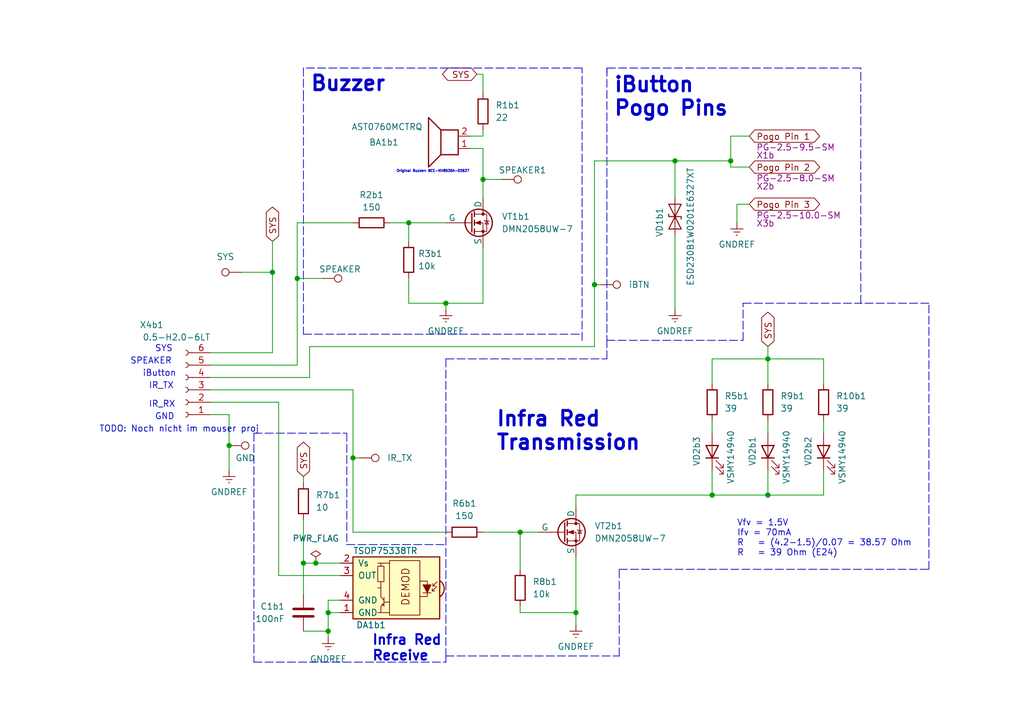
<source format=kicad_sch>
(kicad_sch
	(version 20250114)
	(generator "eeschema")
	(generator_version "9.0")
	(uuid "65b20fda-43ba-4269-bad9-d860ff4d881b")
	(paper "A5")
	(title_block
		(title "Flipper Device DIY")
		(rev "13.F7B9C6")
		(company "Originally from : Flipper Devices Inc.")
		(comment 1 "DIY Version 1.0")
	)
	(lib_symbols
		(symbol "Connector:Conn_01x06_Socket"
			(pin_names
				(offset 1.016)
				(hide yes)
			)
			(exclude_from_sim no)
			(in_bom yes)
			(on_board yes)
			(property "Reference" "J"
				(at 0 7.62 0)
				(effects
					(font
						(size 1.27 1.27)
					)
				)
			)
			(property "Value" "Conn_01x06_Socket"
				(at 0 -10.16 0)
				(effects
					(font
						(size 1.27 1.27)
					)
				)
			)
			(property "Footprint" ""
				(at 0 0 0)
				(effects
					(font
						(size 1.27 1.27)
					)
					(hide yes)
				)
			)
			(property "Datasheet" "~"
				(at 0 0 0)
				(effects
					(font
						(size 1.27 1.27)
					)
					(hide yes)
				)
			)
			(property "Description" "Generic connector, single row, 01x06, script generated"
				(at 0 0 0)
				(effects
					(font
						(size 1.27 1.27)
					)
					(hide yes)
				)
			)
			(property "ki_locked" ""
				(at 0 0 0)
				(effects
					(font
						(size 1.27 1.27)
					)
				)
			)
			(property "ki_keywords" "connector"
				(at 0 0 0)
				(effects
					(font
						(size 1.27 1.27)
					)
					(hide yes)
				)
			)
			(property "ki_fp_filters" "Connector*:*_1x??_*"
				(at 0 0 0)
				(effects
					(font
						(size 1.27 1.27)
					)
					(hide yes)
				)
			)
			(symbol "Conn_01x06_Socket_1_1"
				(polyline
					(pts
						(xy -1.27 5.08) (xy -0.508 5.08)
					)
					(stroke
						(width 0.1524)
						(type default)
					)
					(fill
						(type none)
					)
				)
				(polyline
					(pts
						(xy -1.27 2.54) (xy -0.508 2.54)
					)
					(stroke
						(width 0.1524)
						(type default)
					)
					(fill
						(type none)
					)
				)
				(polyline
					(pts
						(xy -1.27 0) (xy -0.508 0)
					)
					(stroke
						(width 0.1524)
						(type default)
					)
					(fill
						(type none)
					)
				)
				(polyline
					(pts
						(xy -1.27 -2.54) (xy -0.508 -2.54)
					)
					(stroke
						(width 0.1524)
						(type default)
					)
					(fill
						(type none)
					)
				)
				(polyline
					(pts
						(xy -1.27 -5.08) (xy -0.508 -5.08)
					)
					(stroke
						(width 0.1524)
						(type default)
					)
					(fill
						(type none)
					)
				)
				(polyline
					(pts
						(xy -1.27 -7.62) (xy -0.508 -7.62)
					)
					(stroke
						(width 0.1524)
						(type default)
					)
					(fill
						(type none)
					)
				)
				(arc
					(start 0 4.572)
					(mid -0.5058 5.08)
					(end 0 5.588)
					(stroke
						(width 0.1524)
						(type default)
					)
					(fill
						(type none)
					)
				)
				(arc
					(start 0 2.032)
					(mid -0.5058 2.54)
					(end 0 3.048)
					(stroke
						(width 0.1524)
						(type default)
					)
					(fill
						(type none)
					)
				)
				(arc
					(start 0 -0.508)
					(mid -0.5058 0)
					(end 0 0.508)
					(stroke
						(width 0.1524)
						(type default)
					)
					(fill
						(type none)
					)
				)
				(arc
					(start 0 -3.048)
					(mid -0.5058 -2.54)
					(end 0 -2.032)
					(stroke
						(width 0.1524)
						(type default)
					)
					(fill
						(type none)
					)
				)
				(arc
					(start 0 -5.588)
					(mid -0.5058 -5.08)
					(end 0 -4.572)
					(stroke
						(width 0.1524)
						(type default)
					)
					(fill
						(type none)
					)
				)
				(arc
					(start 0 -8.128)
					(mid -0.5058 -7.62)
					(end 0 -7.112)
					(stroke
						(width 0.1524)
						(type default)
					)
					(fill
						(type none)
					)
				)
				(pin passive line
					(at -5.08 5.08 0)
					(length 3.81)
					(name "Pin_1"
						(effects
							(font
								(size 1.27 1.27)
							)
						)
					)
					(number "1"
						(effects
							(font
								(size 1.27 1.27)
							)
						)
					)
				)
				(pin passive line
					(at -5.08 2.54 0)
					(length 3.81)
					(name "Pin_2"
						(effects
							(font
								(size 1.27 1.27)
							)
						)
					)
					(number "2"
						(effects
							(font
								(size 1.27 1.27)
							)
						)
					)
				)
				(pin passive line
					(at -5.08 0 0)
					(length 3.81)
					(name "Pin_3"
						(effects
							(font
								(size 1.27 1.27)
							)
						)
					)
					(number "3"
						(effects
							(font
								(size 1.27 1.27)
							)
						)
					)
				)
				(pin passive line
					(at -5.08 -2.54 0)
					(length 3.81)
					(name "Pin_4"
						(effects
							(font
								(size 1.27 1.27)
							)
						)
					)
					(number "4"
						(effects
							(font
								(size 1.27 1.27)
							)
						)
					)
				)
				(pin passive line
					(at -5.08 -5.08 0)
					(length 3.81)
					(name "Pin_5"
						(effects
							(font
								(size 1.27 1.27)
							)
						)
					)
					(number "5"
						(effects
							(font
								(size 1.27 1.27)
							)
						)
					)
				)
				(pin passive line
					(at -5.08 -7.62 0)
					(length 3.81)
					(name "Pin_6"
						(effects
							(font
								(size 1.27 1.27)
							)
						)
					)
					(number "6"
						(effects
							(font
								(size 1.27 1.27)
							)
						)
					)
				)
			)
			(embedded_fonts no)
		)
		(symbol "Connector:TestPoint"
			(pin_numbers
				(hide yes)
			)
			(pin_names
				(offset 0.762)
				(hide yes)
			)
			(exclude_from_sim no)
			(in_bom yes)
			(on_board yes)
			(property "Reference" "TP"
				(at 0 6.858 0)
				(effects
					(font
						(size 1.27 1.27)
					)
				)
			)
			(property "Value" "TestPoint"
				(at 0 5.08 0)
				(effects
					(font
						(size 1.27 1.27)
					)
				)
			)
			(property "Footprint" ""
				(at 5.08 0 0)
				(effects
					(font
						(size 1.27 1.27)
					)
					(hide yes)
				)
			)
			(property "Datasheet" "~"
				(at 5.08 0 0)
				(effects
					(font
						(size 1.27 1.27)
					)
					(hide yes)
				)
			)
			(property "Description" "test point"
				(at 0 0 0)
				(effects
					(font
						(size 1.27 1.27)
					)
					(hide yes)
				)
			)
			(property "ki_keywords" "test point tp"
				(at 0 0 0)
				(effects
					(font
						(size 1.27 1.27)
					)
					(hide yes)
				)
			)
			(property "ki_fp_filters" "Pin* Test*"
				(at 0 0 0)
				(effects
					(font
						(size 1.27 1.27)
					)
					(hide yes)
				)
			)
			(symbol "TestPoint_0_1"
				(circle
					(center 0 3.302)
					(radius 0.762)
					(stroke
						(width 0)
						(type default)
					)
					(fill
						(type none)
					)
				)
			)
			(symbol "TestPoint_1_1"
				(pin passive line
					(at 0 0 90)
					(length 2.54)
					(name "1"
						(effects
							(font
								(size 1.27 1.27)
							)
						)
					)
					(number "1"
						(effects
							(font
								(size 1.27 1.27)
							)
						)
					)
				)
			)
			(embedded_fonts no)
		)
		(symbol "Device:C"
			(pin_numbers
				(hide yes)
			)
			(pin_names
				(offset 0.254)
			)
			(exclude_from_sim no)
			(in_bom yes)
			(on_board yes)
			(property "Reference" "C"
				(at 0.635 2.54 0)
				(effects
					(font
						(size 1.27 1.27)
					)
					(justify left)
				)
			)
			(property "Value" "C"
				(at 0.635 -2.54 0)
				(effects
					(font
						(size 1.27 1.27)
					)
					(justify left)
				)
			)
			(property "Footprint" ""
				(at 0.9652 -3.81 0)
				(effects
					(font
						(size 1.27 1.27)
					)
					(hide yes)
				)
			)
			(property "Datasheet" "~"
				(at 0 0 0)
				(effects
					(font
						(size 1.27 1.27)
					)
					(hide yes)
				)
			)
			(property "Description" "Unpolarized capacitor"
				(at 0 0 0)
				(effects
					(font
						(size 1.27 1.27)
					)
					(hide yes)
				)
			)
			(property "ki_keywords" "cap capacitor"
				(at 0 0 0)
				(effects
					(font
						(size 1.27 1.27)
					)
					(hide yes)
				)
			)
			(property "ki_fp_filters" "C_*"
				(at 0 0 0)
				(effects
					(font
						(size 1.27 1.27)
					)
					(hide yes)
				)
			)
			(symbol "C_0_1"
				(polyline
					(pts
						(xy -2.032 0.762) (xy 2.032 0.762)
					)
					(stroke
						(width 0.508)
						(type default)
					)
					(fill
						(type none)
					)
				)
				(polyline
					(pts
						(xy -2.032 -0.762) (xy 2.032 -0.762)
					)
					(stroke
						(width 0.508)
						(type default)
					)
					(fill
						(type none)
					)
				)
			)
			(symbol "C_1_1"
				(pin passive line
					(at 0 3.81 270)
					(length 2.794)
					(name "~"
						(effects
							(font
								(size 1.27 1.27)
							)
						)
					)
					(number "1"
						(effects
							(font
								(size 1.27 1.27)
							)
						)
					)
				)
				(pin passive line
					(at 0 -3.81 90)
					(length 2.794)
					(name "~"
						(effects
							(font
								(size 1.27 1.27)
							)
						)
					)
					(number "2"
						(effects
							(font
								(size 1.27 1.27)
							)
						)
					)
				)
			)
			(embedded_fonts no)
		)
		(symbol "Device:LED"
			(pin_numbers
				(hide yes)
			)
			(pin_names
				(offset 1.016)
				(hide yes)
			)
			(exclude_from_sim no)
			(in_bom yes)
			(on_board yes)
			(property "Reference" "D"
				(at 0 2.54 0)
				(effects
					(font
						(size 1.27 1.27)
					)
				)
			)
			(property "Value" "LED"
				(at 0 -2.54 0)
				(effects
					(font
						(size 1.27 1.27)
					)
				)
			)
			(property "Footprint" ""
				(at 0 0 0)
				(effects
					(font
						(size 1.27 1.27)
					)
					(hide yes)
				)
			)
			(property "Datasheet" "~"
				(at 0 0 0)
				(effects
					(font
						(size 1.27 1.27)
					)
					(hide yes)
				)
			)
			(property "Description" "Light emitting diode"
				(at 0 0 0)
				(effects
					(font
						(size 1.27 1.27)
					)
					(hide yes)
				)
			)
			(property "ki_keywords" "LED diode"
				(at 0 0 0)
				(effects
					(font
						(size 1.27 1.27)
					)
					(hide yes)
				)
			)
			(property "ki_fp_filters" "LED* LED_SMD:* LED_THT:*"
				(at 0 0 0)
				(effects
					(font
						(size 1.27 1.27)
					)
					(hide yes)
				)
			)
			(symbol "LED_0_1"
				(polyline
					(pts
						(xy -3.048 -0.762) (xy -4.572 -2.286) (xy -3.81 -2.286) (xy -4.572 -2.286) (xy -4.572 -1.524)
					)
					(stroke
						(width 0)
						(type default)
					)
					(fill
						(type none)
					)
				)
				(polyline
					(pts
						(xy -1.778 -0.762) (xy -3.302 -2.286) (xy -2.54 -2.286) (xy -3.302 -2.286) (xy -3.302 -1.524)
					)
					(stroke
						(width 0)
						(type default)
					)
					(fill
						(type none)
					)
				)
				(polyline
					(pts
						(xy -1.27 0) (xy 1.27 0)
					)
					(stroke
						(width 0)
						(type default)
					)
					(fill
						(type none)
					)
				)
				(polyline
					(pts
						(xy -1.27 -1.27) (xy -1.27 1.27)
					)
					(stroke
						(width 0.254)
						(type default)
					)
					(fill
						(type none)
					)
				)
				(polyline
					(pts
						(xy 1.27 -1.27) (xy 1.27 1.27) (xy -1.27 0) (xy 1.27 -1.27)
					)
					(stroke
						(width 0.254)
						(type default)
					)
					(fill
						(type none)
					)
				)
			)
			(symbol "LED_1_1"
				(pin passive line
					(at -3.81 0 0)
					(length 2.54)
					(name "K"
						(effects
							(font
								(size 1.27 1.27)
							)
						)
					)
					(number "1"
						(effects
							(font
								(size 1.27 1.27)
							)
						)
					)
				)
				(pin passive line
					(at 3.81 0 180)
					(length 2.54)
					(name "A"
						(effects
							(font
								(size 1.27 1.27)
							)
						)
					)
					(number "2"
						(effects
							(font
								(size 1.27 1.27)
							)
						)
					)
				)
			)
			(embedded_fonts no)
		)
		(symbol "Device:R"
			(pin_numbers
				(hide yes)
			)
			(pin_names
				(offset 0)
			)
			(exclude_from_sim no)
			(in_bom yes)
			(on_board yes)
			(property "Reference" "R"
				(at 2.032 0 90)
				(effects
					(font
						(size 1.27 1.27)
					)
				)
			)
			(property "Value" "R"
				(at 0 0 90)
				(effects
					(font
						(size 1.27 1.27)
					)
				)
			)
			(property "Footprint" ""
				(at -1.778 0 90)
				(effects
					(font
						(size 1.27 1.27)
					)
					(hide yes)
				)
			)
			(property "Datasheet" "~"
				(at 0 0 0)
				(effects
					(font
						(size 1.27 1.27)
					)
					(hide yes)
				)
			)
			(property "Description" "Resistor"
				(at 0 0 0)
				(effects
					(font
						(size 1.27 1.27)
					)
					(hide yes)
				)
			)
			(property "ki_keywords" "R res resistor"
				(at 0 0 0)
				(effects
					(font
						(size 1.27 1.27)
					)
					(hide yes)
				)
			)
			(property "ki_fp_filters" "R_*"
				(at 0 0 0)
				(effects
					(font
						(size 1.27 1.27)
					)
					(hide yes)
				)
			)
			(symbol "R_0_1"
				(rectangle
					(start -1.016 -2.54)
					(end 1.016 2.54)
					(stroke
						(width 0.254)
						(type default)
					)
					(fill
						(type none)
					)
				)
			)
			(symbol "R_1_1"
				(pin passive line
					(at 0 3.81 270)
					(length 1.27)
					(name "~"
						(effects
							(font
								(size 1.27 1.27)
							)
						)
					)
					(number "1"
						(effects
							(font
								(size 1.27 1.27)
							)
						)
					)
				)
				(pin passive line
					(at 0 -3.81 90)
					(length 1.27)
					(name "~"
						(effects
							(font
								(size 1.27 1.27)
							)
						)
					)
					(number "2"
						(effects
							(font
								(size 1.27 1.27)
							)
						)
					)
				)
			)
			(embedded_fonts no)
		)
		(symbol "Device:Speaker"
			(pin_names
				(offset 0)
				(hide yes)
			)
			(exclude_from_sim no)
			(in_bom yes)
			(on_board yes)
			(property "Reference" "LS"
				(at 1.27 5.715 0)
				(effects
					(font
						(size 1.27 1.27)
					)
					(justify right)
				)
			)
			(property "Value" "Speaker"
				(at 1.27 3.81 0)
				(effects
					(font
						(size 1.27 1.27)
					)
					(justify right)
				)
			)
			(property "Footprint" ""
				(at 0 -5.08 0)
				(effects
					(font
						(size 1.27 1.27)
					)
					(hide yes)
				)
			)
			(property "Datasheet" "~"
				(at -0.254 -1.27 0)
				(effects
					(font
						(size 1.27 1.27)
					)
					(hide yes)
				)
			)
			(property "Description" "Speaker"
				(at 0 0 0)
				(effects
					(font
						(size 1.27 1.27)
					)
					(hide yes)
				)
			)
			(property "ki_keywords" "speaker sound"
				(at 0 0 0)
				(effects
					(font
						(size 1.27 1.27)
					)
					(hide yes)
				)
			)
			(symbol "Speaker_0_0"
				(rectangle
					(start -2.54 1.27)
					(end 1.016 -3.81)
					(stroke
						(width 0.254)
						(type default)
					)
					(fill
						(type none)
					)
				)
				(polyline
					(pts
						(xy 1.016 1.27) (xy 3.556 3.81) (xy 3.556 -6.35) (xy 1.016 -3.81)
					)
					(stroke
						(width 0.254)
						(type default)
					)
					(fill
						(type none)
					)
				)
			)
			(symbol "Speaker_1_1"
				(pin input line
					(at -5.08 0 0)
					(length 2.54)
					(name "1"
						(effects
							(font
								(size 1.27 1.27)
							)
						)
					)
					(number "1"
						(effects
							(font
								(size 1.27 1.27)
							)
						)
					)
				)
				(pin input line
					(at -5.08 -2.54 0)
					(length 2.54)
					(name "2"
						(effects
							(font
								(size 1.27 1.27)
							)
						)
					)
					(number "2"
						(effects
							(font
								(size 1.27 1.27)
							)
						)
					)
				)
			)
			(embedded_fonts no)
		)
		(symbol "Diode:ESD9B3.3ST5G"
			(pin_numbers
				(hide yes)
			)
			(pin_names
				(offset 1.016)
				(hide yes)
			)
			(exclude_from_sim no)
			(in_bom yes)
			(on_board yes)
			(property "Reference" "D"
				(at 0 2.54 0)
				(effects
					(font
						(size 1.27 1.27)
					)
				)
			)
			(property "Value" "ESD9B3.3ST5G"
				(at 0 -2.54 0)
				(effects
					(font
						(size 1.27 1.27)
					)
				)
			)
			(property "Footprint" "Diode_SMD:D_SOD-923"
				(at 0 0 0)
				(effects
					(font
						(size 1.27 1.27)
					)
					(hide yes)
				)
			)
			(property "Datasheet" "https://www.onsemi.com/pub/Collateral/ESD9B-D.PDF"
				(at 0 0 0)
				(effects
					(font
						(size 1.27 1.27)
					)
					(hide yes)
				)
			)
			(property "Description" "ESD protection diode, 3.3Vrwm, SOD-923"
				(at 0 0 0)
				(effects
					(font
						(size 1.27 1.27)
					)
					(hide yes)
				)
			)
			(property "ki_keywords" "diode TVS ESD"
				(at 0 0 0)
				(effects
					(font
						(size 1.27 1.27)
					)
					(hide yes)
				)
			)
			(property "ki_fp_filters" "D*SOD?923*"
				(at 0 0 0)
				(effects
					(font
						(size 1.27 1.27)
					)
					(hide yes)
				)
			)
			(symbol "ESD9B3.3ST5G_0_1"
				(polyline
					(pts
						(xy -2.54 -1.27) (xy 0 0) (xy -2.54 1.27) (xy -2.54 -1.27)
					)
					(stroke
						(width 0.2032)
						(type default)
					)
					(fill
						(type none)
					)
				)
				(polyline
					(pts
						(xy 0.508 1.27) (xy 0 1.27) (xy 0 -1.27) (xy -0.508 -1.27)
					)
					(stroke
						(width 0.2032)
						(type default)
					)
					(fill
						(type none)
					)
				)
				(polyline
					(pts
						(xy 1.27 0) (xy -1.27 0)
					)
					(stroke
						(width 0)
						(type default)
					)
					(fill
						(type none)
					)
				)
				(polyline
					(pts
						(xy 2.54 1.27) (xy 2.54 -1.27) (xy 0 0) (xy 2.54 1.27)
					)
					(stroke
						(width 0.2032)
						(type default)
					)
					(fill
						(type none)
					)
				)
			)
			(symbol "ESD9B3.3ST5G_1_1"
				(pin passive line
					(at -3.81 0 0)
					(length 2.54)
					(name "A1"
						(effects
							(font
								(size 1.27 1.27)
							)
						)
					)
					(number "1"
						(effects
							(font
								(size 1.27 1.27)
							)
						)
					)
				)
				(pin passive line
					(at 3.81 0 180)
					(length 2.54)
					(name "A2"
						(effects
							(font
								(size 1.27 1.27)
							)
						)
					)
					(number "2"
						(effects
							(font
								(size 1.27 1.27)
							)
						)
					)
				)
			)
			(embedded_fonts no)
		)
		(symbol "Interface_Optical:TSOP21xx"
			(pin_names
				(offset 1.016)
			)
			(exclude_from_sim no)
			(in_bom yes)
			(on_board yes)
			(property "Reference" "DA1b"
				(at 6.985 -7.62 0)
				(effects
					(font
						(size 1.27 1.27)
					)
					(justify right)
				)
			)
			(property "Value" "TSOP75338TR"
				(at 7.62 7.62 0)
				(effects
					(font
						(size 1.27 1.27)
					)
					(justify right)
				)
			)
			(property "Footprint" ""
				(at -1.27 -9.525 0)
				(effects
					(font
						(size 1.27 1.27)
					)
					(hide yes)
				)
			)
			(property "Datasheet" "http://www.vishay.com/docs/82460/tsop45.pdf"
				(at 16.51 7.62 0)
				(effects
					(font
						(size 1.27 1.27)
					)
					(hide yes)
				)
			)
			(property "Description" "IR Receiver Modules for Remote Control Systems"
				(at 0 0 0)
				(effects
					(font
						(size 1.27 1.27)
					)
					(hide yes)
				)
			)
			(property "ki_keywords" "opto IR receiver"
				(at 0 0 0)
				(effects
					(font
						(size 1.27 1.27)
					)
					(hide yes)
				)
			)
			(property "ki_fp_filters" "Vishay*MOLD*"
				(at 0 0 0)
				(effects
					(font
						(size 1.27 1.27)
					)
					(hide yes)
				)
			)
			(symbol "TSOP21xx_0_0"
				(arc
					(start -10.287 -1.778)
					(mid -11.0899 -0.1905)
					(end -10.287 1.397)
					(stroke
						(width 0.254)
						(type default)
					)
					(fill
						(type background)
					)
				)
				(polyline
					(pts
						(xy 1.905 5.08) (xy 0.127 5.08)
					)
					(stroke
						(width 0)
						(type default)
					)
					(fill
						(type none)
					)
				)
				(polyline
					(pts
						(xy 1.905 -5.08) (xy 0.127 -5.08)
					)
					(stroke
						(width 0)
						(type default)
					)
					(fill
						(type none)
					)
				)
				(text "DEMOD"
					(at -3.175 0.254 900)
					(effects
						(font
							(size 1.524 1.524)
						)
					)
				)
			)
			(symbol "TSOP21xx_0_1"
				(polyline
					(pts
						(xy -8.763 0.381) (xy -9.652 1.27)
					)
					(stroke
						(width 0)
						(type default)
					)
					(fill
						(type none)
					)
				)
				(polyline
					(pts
						(xy -8.763 0.381) (xy -9.271 0.381)
					)
					(stroke
						(width 0)
						(type default)
					)
					(fill
						(type none)
					)
				)
				(polyline
					(pts
						(xy -8.763 0.381) (xy -8.763 0.889)
					)
					(stroke
						(width 0)
						(type default)
					)
					(fill
						(type none)
					)
				)
				(polyline
					(pts
						(xy -8.636 -0.635) (xy -9.525 0.254)
					)
					(stroke
						(width 0)
						(type default)
					)
					(fill
						(type none)
					)
				)
				(polyline
					(pts
						(xy -8.636 -0.635) (xy -9.144 -0.635)
					)
					(stroke
						(width 0)
						(type default)
					)
					(fill
						(type none)
					)
				)
				(polyline
					(pts
						(xy -8.636 -0.635) (xy -8.636 -0.127)
					)
					(stroke
						(width 0)
						(type default)
					)
					(fill
						(type none)
					)
				)
				(polyline
					(pts
						(xy -8.382 0.635) (xy -6.731 0.635) (xy -7.62 -1.016) (xy -8.382 0.635)
					)
					(stroke
						(width 0)
						(type default)
					)
					(fill
						(type outline)
					)
				)
				(polyline
					(pts
						(xy -8.382 -1.016) (xy -6.731 -1.016)
					)
					(stroke
						(width 0)
						(type default)
					)
					(fill
						(type none)
					)
				)
				(rectangle
					(start -6.096 5.588)
					(end 0.127 -5.588)
					(stroke
						(width 0)
						(type default)
					)
					(fill
						(type none)
					)
				)
				(polyline
					(pts
						(xy -6.096 1.397) (xy -7.62 1.397) (xy -7.62 -1.778) (xy -6.096 -1.778)
					)
					(stroke
						(width 0)
						(type default)
					)
					(fill
						(type none)
					)
				)
				(polyline
					(pts
						(xy 1.27 -1.905) (xy 1.27 -3.81)
					)
					(stroke
						(width 0)
						(type default)
					)
					(fill
						(type none)
					)
				)
				(polyline
					(pts
						(xy 1.27 -2.54) (xy 1.905 -1.905) (xy 1.905 0) (xy 2.54 0)
					)
					(stroke
						(width 0)
						(type default)
					)
					(fill
						(type none)
					)
				)
				(polyline
					(pts
						(xy 1.27 -2.921) (xy 0.127 -2.921)
					)
					(stroke
						(width 0)
						(type default)
					)
					(fill
						(type none)
					)
				)
				(polyline
					(pts
						(xy 1.27 -3.175) (xy 1.905 -3.81) (xy 1.905 -5.08) (xy 2.54 -5.08)
					)
					(stroke
						(width 0)
						(type default)
					)
					(fill
						(type none)
					)
				)
				(polyline
					(pts
						(xy 1.397 -3.556) (xy 1.524 -3.556)
					)
					(stroke
						(width 0)
						(type default)
					)
					(fill
						(type none)
					)
				)
				(polyline
					(pts
						(xy 1.651 -3.556) (xy 1.524 -3.556)
					)
					(stroke
						(width 0)
						(type default)
					)
					(fill
						(type none)
					)
				)
				(polyline
					(pts
						(xy 1.651 -3.556) (xy 1.651 -3.302)
					)
					(stroke
						(width 0)
						(type default)
					)
					(fill
						(type none)
					)
				)
				(polyline
					(pts
						(xy 1.905 4.445) (xy 1.905 5.08) (xy 2.54 5.08)
					)
					(stroke
						(width 0)
						(type default)
					)
					(fill
						(type none)
					)
				)
				(polyline
					(pts
						(xy 1.905 0) (xy 1.905 1.27)
					)
					(stroke
						(width 0)
						(type default)
					)
					(fill
						(type none)
					)
				)
				(rectangle
					(start 2.54 1.27)
					(end 1.27 4.445)
					(stroke
						(width 0)
						(type default)
					)
					(fill
						(type none)
					)
				)
				(rectangle
					(start 7.62 6.35)
					(end -10.16 -6.35)
					(stroke
						(width 0.254)
						(type default)
					)
					(fill
						(type background)
					)
				)
			)
			(symbol "TSOP21xx_1_1"
				(pin power_in line
					(at 10.16 5.08 180)
					(length 2.54)
					(name "Vs"
						(effects
							(font
								(size 1.27 1.27)
							)
						)
					)
					(number "2"
						(effects
							(font
								(size 1.27 1.27)
							)
						)
					)
				)
				(pin output line
					(at 10.16 2.54 180)
					(length 2.54)
					(name "OUT"
						(effects
							(font
								(size 1.27 1.27)
							)
						)
					)
					(number "3"
						(effects
							(font
								(size 1.27 1.27)
							)
						)
					)
				)
				(pin power_in line
					(at 10.16 -2.54 180)
					(length 2.54)
					(name "GND"
						(effects
							(font
								(size 1.27 1.27)
							)
						)
					)
					(number "4"
						(effects
							(font
								(size 1.27 1.27)
							)
						)
					)
				)
				(pin power_in line
					(at 10.16 -5.08 180)
					(length 2.54)
					(name "GND"
						(effects
							(font
								(size 1.27 1.27)
							)
						)
					)
					(number "1"
						(effects
							(font
								(size 1.27 1.27)
							)
						)
					)
				)
			)
			(embedded_fonts no)
		)
		(symbol "Simulation_SPICE:NMOS"
			(pin_numbers
				(hide yes)
			)
			(pin_names
				(offset 0)
			)
			(exclude_from_sim no)
			(in_bom yes)
			(on_board yes)
			(property "Reference" "Q"
				(at 5.08 1.27 0)
				(effects
					(font
						(size 1.27 1.27)
					)
					(justify left)
				)
			)
			(property "Value" "NMOS"
				(at 5.08 -1.27 0)
				(effects
					(font
						(size 1.27 1.27)
					)
					(justify left)
				)
			)
			(property "Footprint" ""
				(at 5.08 2.54 0)
				(effects
					(font
						(size 1.27 1.27)
					)
					(hide yes)
				)
			)
			(property "Datasheet" "https://ngspice.sourceforge.io/docs/ngspice-manual.pdf"
				(at 0 -12.7 0)
				(effects
					(font
						(size 1.27 1.27)
					)
					(hide yes)
				)
			)
			(property "Description" "N-MOSFET transistor, drain/source/gate"
				(at 0 0 0)
				(effects
					(font
						(size 1.27 1.27)
					)
					(hide yes)
				)
			)
			(property "Sim.Device" "NMOS"
				(at 0 -17.145 0)
				(effects
					(font
						(size 1.27 1.27)
					)
					(hide yes)
				)
			)
			(property "Sim.Type" "VDMOS"
				(at 0 -19.05 0)
				(effects
					(font
						(size 1.27 1.27)
					)
					(hide yes)
				)
			)
			(property "Sim.Pins" "1=D 2=G 3=S"
				(at 0 -15.24 0)
				(effects
					(font
						(size 1.27 1.27)
					)
					(hide yes)
				)
			)
			(property "ki_keywords" "transistor NMOS N-MOS N-MOSFET simulation"
				(at 0 0 0)
				(effects
					(font
						(size 1.27 1.27)
					)
					(hide yes)
				)
			)
			(symbol "NMOS_0_1"
				(polyline
					(pts
						(xy 0.254 1.905) (xy 0.254 -1.905)
					)
					(stroke
						(width 0.254)
						(type default)
					)
					(fill
						(type none)
					)
				)
				(polyline
					(pts
						(xy 0.254 0) (xy -2.54 0)
					)
					(stroke
						(width 0)
						(type default)
					)
					(fill
						(type none)
					)
				)
				(polyline
					(pts
						(xy 0.762 2.286) (xy 0.762 1.27)
					)
					(stroke
						(width 0.254)
						(type default)
					)
					(fill
						(type none)
					)
				)
				(polyline
					(pts
						(xy 0.762 0.508) (xy 0.762 -0.508)
					)
					(stroke
						(width 0.254)
						(type default)
					)
					(fill
						(type none)
					)
				)
				(polyline
					(pts
						(xy 0.762 -1.27) (xy 0.762 -2.286)
					)
					(stroke
						(width 0.254)
						(type default)
					)
					(fill
						(type none)
					)
				)
				(polyline
					(pts
						(xy 0.762 -1.778) (xy 3.302 -1.778) (xy 3.302 1.778) (xy 0.762 1.778)
					)
					(stroke
						(width 0)
						(type default)
					)
					(fill
						(type none)
					)
				)
				(polyline
					(pts
						(xy 1.016 0) (xy 2.032 0.381) (xy 2.032 -0.381) (xy 1.016 0)
					)
					(stroke
						(width 0)
						(type default)
					)
					(fill
						(type outline)
					)
				)
				(circle
					(center 1.651 0)
					(radius 2.794)
					(stroke
						(width 0.254)
						(type default)
					)
					(fill
						(type none)
					)
				)
				(polyline
					(pts
						(xy 2.54 2.54) (xy 2.54 1.778)
					)
					(stroke
						(width 0)
						(type default)
					)
					(fill
						(type none)
					)
				)
				(circle
					(center 2.54 1.778)
					(radius 0.254)
					(stroke
						(width 0)
						(type default)
					)
					(fill
						(type outline)
					)
				)
				(circle
					(center 2.54 -1.778)
					(radius 0.254)
					(stroke
						(width 0)
						(type default)
					)
					(fill
						(type outline)
					)
				)
				(polyline
					(pts
						(xy 2.54 -2.54) (xy 2.54 0) (xy 0.762 0)
					)
					(stroke
						(width 0)
						(type default)
					)
					(fill
						(type none)
					)
				)
				(polyline
					(pts
						(xy 2.794 0.508) (xy 2.921 0.381) (xy 3.683 0.381) (xy 3.81 0.254)
					)
					(stroke
						(width 0)
						(type default)
					)
					(fill
						(type none)
					)
				)
				(polyline
					(pts
						(xy 3.302 0.381) (xy 2.921 -0.254) (xy 3.683 -0.254) (xy 3.302 0.381)
					)
					(stroke
						(width 0)
						(type default)
					)
					(fill
						(type none)
					)
				)
			)
			(symbol "NMOS_1_1"
				(pin input line
					(at -5.08 0 0)
					(length 2.54)
					(name "G"
						(effects
							(font
								(size 1.27 1.27)
							)
						)
					)
					(number "2"
						(effects
							(font
								(size 1.27 1.27)
							)
						)
					)
				)
				(pin passive line
					(at 2.54 5.08 270)
					(length 2.54)
					(name "D"
						(effects
							(font
								(size 1.27 1.27)
							)
						)
					)
					(number "1"
						(effects
							(font
								(size 1.27 1.27)
							)
						)
					)
				)
				(pin passive line
					(at 2.54 -5.08 90)
					(length 2.54)
					(name "S"
						(effects
							(font
								(size 1.27 1.27)
							)
						)
					)
					(number "3"
						(effects
							(font
								(size 1.27 1.27)
							)
						)
					)
				)
			)
			(embedded_fonts no)
		)
		(symbol "power:GNDREF"
			(power)
			(pin_names
				(offset 0)
			)
			(exclude_from_sim no)
			(in_bom yes)
			(on_board yes)
			(property "Reference" "#PWR"
				(at 0 -6.35 0)
				(effects
					(font
						(size 1.27 1.27)
					)
					(hide yes)
				)
			)
			(property "Value" "GNDREF"
				(at 0 -3.81 0)
				(effects
					(font
						(size 1.27 1.27)
					)
				)
			)
			(property "Footprint" ""
				(at 0 0 0)
				(effects
					(font
						(size 1.27 1.27)
					)
					(hide yes)
				)
			)
			(property "Datasheet" ""
				(at 0 0 0)
				(effects
					(font
						(size 1.27 1.27)
					)
					(hide yes)
				)
			)
			(property "Description" "Power symbol creates a global label with name \"GNDREF\" , reference supply ground"
				(at 0 0 0)
				(effects
					(font
						(size 1.27 1.27)
					)
					(hide yes)
				)
			)
			(property "ki_keywords" "global power"
				(at 0 0 0)
				(effects
					(font
						(size 1.27 1.27)
					)
					(hide yes)
				)
			)
			(symbol "GNDREF_0_1"
				(polyline
					(pts
						(xy -0.635 -1.905) (xy 0.635 -1.905)
					)
					(stroke
						(width 0)
						(type default)
					)
					(fill
						(type none)
					)
				)
				(polyline
					(pts
						(xy -0.127 -2.54) (xy 0.127 -2.54)
					)
					(stroke
						(width 0)
						(type default)
					)
					(fill
						(type none)
					)
				)
				(polyline
					(pts
						(xy 0 -1.27) (xy 0 0)
					)
					(stroke
						(width 0)
						(type default)
					)
					(fill
						(type none)
					)
				)
				(polyline
					(pts
						(xy 1.27 -1.27) (xy -1.27 -1.27)
					)
					(stroke
						(width 0)
						(type default)
					)
					(fill
						(type none)
					)
				)
			)
			(symbol "GNDREF_1_1"
				(pin power_in line
					(at 0 0 270)
					(length 0)
					(hide yes)
					(name "GNDREF"
						(effects
							(font
								(size 1.27 1.27)
							)
						)
					)
					(number "1"
						(effects
							(font
								(size 1.27 1.27)
							)
						)
					)
				)
			)
			(embedded_fonts no)
		)
		(symbol "power:PWR_FLAG"
			(power)
			(pin_numbers
				(hide yes)
			)
			(pin_names
				(offset 0)
				(hide yes)
			)
			(exclude_from_sim no)
			(in_bom yes)
			(on_board yes)
			(property "Reference" "#FLG"
				(at 0 1.905 0)
				(effects
					(font
						(size 1.27 1.27)
					)
					(hide yes)
				)
			)
			(property "Value" "PWR_FLAG"
				(at 0 3.81 0)
				(effects
					(font
						(size 1.27 1.27)
					)
				)
			)
			(property "Footprint" ""
				(at 0 0 0)
				(effects
					(font
						(size 1.27 1.27)
					)
					(hide yes)
				)
			)
			(property "Datasheet" "~"
				(at 0 0 0)
				(effects
					(font
						(size 1.27 1.27)
					)
					(hide yes)
				)
			)
			(property "Description" "Special symbol for telling ERC where power comes from"
				(at 0 0 0)
				(effects
					(font
						(size 1.27 1.27)
					)
					(hide yes)
				)
			)
			(property "ki_keywords" "flag power"
				(at 0 0 0)
				(effects
					(font
						(size 1.27 1.27)
					)
					(hide yes)
				)
			)
			(symbol "PWR_FLAG_0_0"
				(pin power_out line
					(at 0 0 90)
					(length 0)
					(name "~"
						(effects
							(font
								(size 1.27 1.27)
							)
						)
					)
					(number "1"
						(effects
							(font
								(size 1.27 1.27)
							)
						)
					)
				)
			)
			(symbol "PWR_FLAG_0_1"
				(polyline
					(pts
						(xy 0 0) (xy 0 1.27) (xy -1.016 1.905) (xy 0 2.54) (xy 1.016 1.905) (xy 0 1.27)
					)
					(stroke
						(width 0)
						(type default)
					)
					(fill
						(type none)
					)
				)
			)
			(embedded_fonts no)
		)
	)
	(text "GND"
		(exclude_from_sim no)
		(at 31.75 86.36 0)
		(effects
			(font
				(size 1.27 1.27)
			)
			(justify left bottom)
		)
		(uuid "3c67aef4-44a9-45b1-8d81-ae76ce804083")
	)
	(text "iButton"
		(exclude_from_sim no)
		(at 29.21 77.47 0)
		(effects
			(font
				(size 1.27 1.27)
			)
			(justify left bottom)
		)
		(uuid "5ec62b19-ed5d-4c2c-82c4-8e8d7fedcc62")
	)
	(text "IR_RX"
		(exclude_from_sim no)
		(at 30.48 83.82 0)
		(effects
			(font
				(size 1.27 1.27)
			)
			(justify left bottom)
		)
		(uuid "626a05ea-b5fb-45cc-b4ad-d8c1f078c839")
	)
	(text "Infra Red\nTransmission"
		(exclude_from_sim no)
		(at 101.6 92.71 0)
		(effects
			(font
				(size 3 3)
				(bold yes)
			)
			(justify left bottom)
		)
		(uuid "80c3c334-4b89-4783-a170-26ea2f3936bb")
	)
	(text "Buzzer"
		(exclude_from_sim no)
		(at 63.5 19.05 0)
		(effects
			(font
				(size 3 3)
				(thickness 0.6)
				(bold yes)
			)
			(justify left bottom)
		)
		(uuid "83529cb6-39ca-487f-965e-2efc121a7c91")
	)
	(text "SYS"
		(exclude_from_sim no)
		(at 31.75 72.39 0)
		(effects
			(font
				(size 1.27 1.27)
			)
			(justify left bottom)
		)
		(uuid "86c20ecb-8e6b-443a-804f-75a80cc265c3")
	)
	(text "IR_TX"
		(exclude_from_sim no)
		(at 30.48 80.01 0)
		(effects
			(font
				(size 1.27 1.27)
			)
			(justify left bottom)
		)
		(uuid "9056d7e0-db08-450f-b326-95369baf5747")
	)
	(text "SPEAKER"
		(exclude_from_sim no)
		(at 26.67 74.93 0)
		(effects
			(font
				(size 1.27 1.27)
			)
			(justify left bottom)
		)
		(uuid "cfaf030a-03a0-478e-a66c-b733aee8aac6")
	)
	(text "iButton \nPogo Pins"
		(exclude_from_sim no)
		(at 125.73 24.13 0)
		(effects
			(font
				(size 3 3)
				(bold yes)
			)
			(justify left bottom)
		)
		(uuid "d566e307-177c-41cb-a26d-3e81c16e6d1b")
	)
	(text "Vfv = 1.5V\nIfv = 70mA\nR   = (4.2-1.5)/0.07 = 38.57 Ohm\nR   = 39 Ohm (E24)"
		(exclude_from_sim no)
		(at 151.13 114.3 0)
		(effects
			(font
				(size 1.27 1.27)
			)
			(justify left bottom)
		)
		(uuid "e3c993dd-fbd5-4a02-8ff9-54c6b6763c8d")
	)
	(text "Original Buzzer: BCE-MX8530A-03627"
		(exclude_from_sim no)
		(at 81.28 35.56 0)
		(effects
			(font
				(size 0.5 0.5)
			)
			(justify left bottom)
		)
		(uuid "eac87745-1cad-4b79-9cb1-98f4c07c67b2")
	)
	(text "TODO: Noch nicht im mouser proj"
		(exclude_from_sim no)
		(at 20.32 88.9 0)
		(effects
			(font
				(size 1.27 1.27)
			)
			(justify left bottom)
		)
		(uuid "eeb978f4-8b07-475b-be38-3cf3966bc2d9")
	)
	(text "Infra Red\nReceive"
		(exclude_from_sim no)
		(at 76.2 135.89 0)
		(effects
			(font
				(size 2 2)
				(bold yes)
			)
			(justify left bottom)
		)
		(uuid "efc52040-50f6-487b-aa06-10e477d03e8c")
	)
	(junction
		(at 91.44 62.23)
		(diameter 0)
		(color 0 0 0 0)
		(uuid "18262562-bd34-40ce-9eed-9b99efab8f6c")
	)
	(junction
		(at 99.06 36.83)
		(diameter 0)
		(color 0 0 0 0)
		(uuid "18c4ac7e-d62a-4de9-9621-932f84206fd5")
	)
	(junction
		(at 62.23 115.57)
		(diameter 0)
		(color 0 0 0 0)
		(uuid "23a0806c-5baa-416b-9bad-98e9291328ee")
	)
	(junction
		(at 121.92 58.42)
		(diameter 0)
		(color 0 0 0 0)
		(uuid "2553872c-ddd3-469f-b108-577bebc2f496")
	)
	(junction
		(at 60.96 57.15)
		(diameter 0)
		(color 0 0 0 0)
		(uuid "40e01a06-ab36-4d89-a9d0-5dfe1c5234b7")
	)
	(junction
		(at 46.99 91.44)
		(diameter 0)
		(color 0 0 0 0)
		(uuid "66b7df22-ae4c-4dbd-be44-84a873c420be")
	)
	(junction
		(at 157.48 73.66)
		(diameter 0)
		(color 0 0 0 0)
		(uuid "684124a4-3c84-4636-8464-f54abe52297d")
	)
	(junction
		(at 67.31 125.73)
		(diameter 0)
		(color 0 0 0 0)
		(uuid "692e2927-5164-4604-bc3f-9036520df53a")
	)
	(junction
		(at 157.48 101.6)
		(diameter 0)
		(color 0 0 0 0)
		(uuid "6bff2330-b56c-4f47-b6d0-8e5f5dc05efe")
	)
	(junction
		(at 72.39 93.98)
		(diameter 0)
		(color 0 0 0 0)
		(uuid "78419cdd-8f02-4832-9079-7bde5c45eefd")
	)
	(junction
		(at 55.88 55.88)
		(diameter 0)
		(color 0 0 0 0)
		(uuid "82d98298-6aee-47f1-ab39-ab4d1b6fc08f")
	)
	(junction
		(at 138.43 33.02)
		(diameter 0)
		(color 0 0 0 0)
		(uuid "84638c93-1214-4473-ac79-36e593aa9afb")
	)
	(junction
		(at 64.77 115.57)
		(diameter 0)
		(color 0 0 0 0)
		(uuid "928f5c06-a990-4bc1-924d-f4a3668b2594")
	)
	(junction
		(at 83.82 45.72)
		(diameter 0)
		(color 0 0 0 0)
		(uuid "94c4f646-0bf6-421a-a25f-46784ce4c5c2")
	)
	(junction
		(at 106.68 109.22)
		(diameter 0)
		(color 0 0 0 0)
		(uuid "b5184883-4fe6-43cd-86ec-a94fe4ee58c7")
	)
	(junction
		(at 146.05 101.6)
		(diameter 0)
		(color 0 0 0 0)
		(uuid "c41696be-6b73-430e-829f-3a2e4f5321a4")
	)
	(junction
		(at 149.86 33.02)
		(diameter 0)
		(color 0 0 0 0)
		(uuid "c47ef970-b70b-4c49-8494-4c078e176c68")
	)
	(junction
		(at 118.11 125.73)
		(diameter 0)
		(color 0 0 0 0)
		(uuid "e5cd9bfc-c404-4cc8-868b-dc438521f7a5")
	)
	(junction
		(at 67.31 129.54)
		(diameter 0)
		(color 0 0 0 0)
		(uuid "f7c00c1a-295d-4b6f-9475-ea61cb95ea32")
	)
	(polyline
		(pts
			(xy 119.38 69.85) (xy 119.38 13.97)
		)
		(stroke
			(width 0)
			(type dash)
		)
		(uuid "0075984c-98d3-4351-aff8-9dd5a99c15fe")
	)
	(wire
		(pts
			(xy 118.11 125.73) (xy 118.11 128.27)
		)
		(stroke
			(width 0)
			(type default)
		)
		(uuid "04b39d52-ed1e-4667-a255-7b7e32c65475")
	)
	(wire
		(pts
			(xy 63.5 71.12) (xy 63.5 77.47)
		)
		(stroke
			(width 0)
			(type default)
		)
		(uuid "06d36942-7d87-4055-8b3d-e321d8fa6f89")
	)
	(wire
		(pts
			(xy 67.31 125.73) (xy 69.85 125.73)
		)
		(stroke
			(width 0)
			(type default)
		)
		(uuid "06dbb887-0aad-4e6e-9b11-74eca2a011df")
	)
	(wire
		(pts
			(xy 99.06 15.24) (xy 97.79 15.24)
		)
		(stroke
			(width 0)
			(type default)
		)
		(uuid "075c0394-135a-4058-aa83-9bf870503987")
	)
	(wire
		(pts
			(xy 49.53 55.88) (xy 55.88 55.88)
		)
		(stroke
			(width 0)
			(type default)
		)
		(uuid "092fb330-149b-4751-8d68-3a635887ed3b")
	)
	(wire
		(pts
			(xy 118.11 101.6) (xy 146.05 101.6)
		)
		(stroke
			(width 0)
			(type default)
		)
		(uuid "10636243-7365-4931-802f-6ddd09b8b21e")
	)
	(wire
		(pts
			(xy 168.91 78.74) (xy 168.91 73.66)
		)
		(stroke
			(width 0)
			(type default)
		)
		(uuid "140340a8-5333-46d1-95ea-780f44655c89")
	)
	(wire
		(pts
			(xy 153.67 27.94) (xy 149.86 27.94)
		)
		(stroke
			(width 0)
			(type default)
		)
		(uuid "165c4866-d461-4b48-a9dc-1a32c925929a")
	)
	(polyline
		(pts
			(xy 152.4 69.85) (xy 152.4 62.23)
		)
		(stroke
			(width 0)
			(type dash)
		)
		(uuid "1bf49194-c81c-4060-aa0e-1344eb586224")
	)
	(wire
		(pts
			(xy 72.39 80.01) (xy 43.18 80.01)
		)
		(stroke
			(width 0)
			(type default)
		)
		(uuid "1c8a10e4-474b-44ce-aa35-6efd62c600f3")
	)
	(wire
		(pts
			(xy 67.31 123.19) (xy 67.31 125.73)
		)
		(stroke
			(width 0)
			(type default)
		)
		(uuid "2194738c-3ea2-4da8-b867-a2f36f5998cf")
	)
	(wire
		(pts
			(xy 66.04 57.15) (xy 60.96 57.15)
		)
		(stroke
			(width 0)
			(type default)
		)
		(uuid "24c8d4d7-edb6-4898-8487-e1390620e939")
	)
	(wire
		(pts
			(xy 118.11 114.3) (xy 118.11 125.73)
		)
		(stroke
			(width 0)
			(type default)
		)
		(uuid "26f4a910-2fcb-4f85-813e-fbfcabd8000f")
	)
	(wire
		(pts
			(xy 149.86 33.02) (xy 138.43 33.02)
		)
		(stroke
			(width 0)
			(type default)
		)
		(uuid "287be958-5e1b-478a-8638-3340cf3f0621")
	)
	(wire
		(pts
			(xy 72.39 45.72) (xy 60.96 45.72)
		)
		(stroke
			(width 0)
			(type default)
		)
		(uuid "299dbbb7-f137-4ccf-9d40-b9c03fb9fa16")
	)
	(wire
		(pts
			(xy 57.15 118.11) (xy 57.15 82.55)
		)
		(stroke
			(width 0)
			(type default)
		)
		(uuid "2df95299-7a76-4386-a0a7-ff090c7e2cb4")
	)
	(polyline
		(pts
			(xy 190.5 62.23) (xy 176.53 62.23)
		)
		(stroke
			(width 0)
			(type dash)
		)
		(uuid "2fbf466c-c1be-4bf2-a027-2267c8fa593c")
	)
	(polyline
		(pts
			(xy 91.44 73.66) (xy 124.46 73.66)
		)
		(stroke
			(width 0)
			(type dash)
		)
		(uuid "3160e9c5-4aa8-4a4a-876e-e22dabf72a24")
	)
	(wire
		(pts
			(xy 149.86 27.94) (xy 149.86 33.02)
		)
		(stroke
			(width 0)
			(type default)
		)
		(uuid "32f8e755-4398-4946-9325-da0528c26e51")
	)
	(polyline
		(pts
			(xy 52.07 135.89) (xy 91.44 135.89)
		)
		(stroke
			(width 0)
			(type dash)
		)
		(uuid "330f5ae5-66b8-4a3a-9742-a9787a0b2e64")
	)
	(wire
		(pts
			(xy 43.18 85.09) (xy 46.99 85.09)
		)
		(stroke
			(width 0)
			(type default)
		)
		(uuid "33b59765-e8d8-4f2e-b61b-b4cdc3d36278")
	)
	(polyline
		(pts
			(xy 62.23 19.05) (xy 62.23 19.05)
		)
		(stroke
			(width 0)
			(type default)
		)
		(uuid "377994bd-61be-4ce7-8e49-0e9dbfcb4c68")
	)
	(polyline
		(pts
			(xy 52.07 88.9) (xy 71.12 88.9)
		)
		(stroke
			(width 0)
			(type dash)
		)
		(uuid "37dbca30-e1c8-4de9-a879-1b96e1d200c6")
	)
	(wire
		(pts
			(xy 91.44 62.23) (xy 99.06 62.23)
		)
		(stroke
			(width 0)
			(type default)
		)
		(uuid "39d8bae5-19a8-4102-8c71-ce9a281dc1ca")
	)
	(polyline
		(pts
			(xy 71.12 88.9) (xy 71.12 111.76)
		)
		(stroke
			(width 0)
			(type dash)
		)
		(uuid "3dd69178-0fd9-4c77-a896-fe33fd0e571d")
	)
	(polyline
		(pts
			(xy 190.5 116.84) (xy 190.5 62.23)
		)
		(stroke
			(width 0)
			(type dash)
		)
		(uuid "400202ec-274d-4c31-8776-1938df84db5e")
	)
	(wire
		(pts
			(xy 151.13 41.91) (xy 151.13 45.72)
		)
		(stroke
			(width 0)
			(type default)
		)
		(uuid "4172efc7-1730-40ce-8012-d09bd5059112")
	)
	(wire
		(pts
			(xy 99.06 19.05) (xy 99.06 15.24)
		)
		(stroke
			(width 0)
			(type default)
		)
		(uuid "4555276c-f7ab-4d72-b6eb-302f5bc3d5b7")
	)
	(wire
		(pts
			(xy 146.05 96.52) (xy 146.05 101.6)
		)
		(stroke
			(width 0)
			(type default)
		)
		(uuid "4782d6c3-ea06-4545-a8c6-9b7ac2b0e9ab")
	)
	(polyline
		(pts
			(xy 62.23 13.97) (xy 62.23 19.05)
		)
		(stroke
			(width 0)
			(type dash)
		)
		(uuid "48fa047a-1ed3-475a-8b56-2bf95d2f6744")
	)
	(polyline
		(pts
			(xy 91.44 135.89) (xy 91.44 134.62)
		)
		(stroke
			(width 0)
			(type dash)
		)
		(uuid "4b7095bc-12a6-4c26-9b7a-afe0f202c3a3")
	)
	(wire
		(pts
			(xy 157.48 73.66) (xy 157.48 71.12)
		)
		(stroke
			(width 0)
			(type default)
		)
		(uuid "4dcded31-597d-4485-bc79-7b108d762bb2")
	)
	(wire
		(pts
			(xy 55.88 55.88) (xy 55.88 49.53)
		)
		(stroke
			(width 0)
			(type default)
		)
		(uuid "51a2894c-46d9-472f-aaf0-f8cad80bea09")
	)
	(wire
		(pts
			(xy 121.92 33.02) (xy 121.92 58.42)
		)
		(stroke
			(width 0)
			(type default)
		)
		(uuid "51c94aec-3d66-4073-979c-a8391de4398c")
	)
	(polyline
		(pts
			(xy 124.46 13.97) (xy 124.46 15.24)
		)
		(stroke
			(width 0)
			(type default)
		)
		(uuid "51db24a3-a81a-4d22-a0fe-2b215058b055")
	)
	(wire
		(pts
			(xy 99.06 109.22) (xy 106.68 109.22)
		)
		(stroke
			(width 0)
			(type default)
		)
		(uuid "54bcfc3a-3912-44d5-bd19-89908a50331a")
	)
	(wire
		(pts
			(xy 83.82 45.72) (xy 80.01 45.72)
		)
		(stroke
			(width 0)
			(type default)
		)
		(uuid "5650ec69-18c5-467a-b60f-66fc07c676b0")
	)
	(wire
		(pts
			(xy 121.92 58.42) (xy 121.92 71.12)
		)
		(stroke
			(width 0)
			(type default)
		)
		(uuid "5d58d3f7-7842-4f58-9b17-dee552964ef9")
	)
	(wire
		(pts
			(xy 138.43 48.26) (xy 138.43 63.5)
		)
		(stroke
			(width 0)
			(type default)
		)
		(uuid "5d625791-5e5d-4cb2-8877-3955858b3c58")
	)
	(wire
		(pts
			(xy 91.44 45.72) (xy 83.82 45.72)
		)
		(stroke
			(width 0)
			(type default)
		)
		(uuid "606a67dc-3c88-45c6-8a18-c88d1639827d")
	)
	(wire
		(pts
			(xy 157.48 86.36) (xy 157.48 88.9)
		)
		(stroke
			(width 0)
			(type default)
		)
		(uuid "62d0897b-8795-41ee-9b0c-b9a2664690d1")
	)
	(polyline
		(pts
			(xy 62.23 68.58) (xy 119.38 68.58)
		)
		(stroke
			(width 0)
			(type dash)
		)
		(uuid "62eba6d1-354d-47cb-877e-96bf66f882b8")
	)
	(wire
		(pts
			(xy 99.06 50.8) (xy 99.06 62.23)
		)
		(stroke
			(width 0)
			(type default)
		)
		(uuid "65a1d405-3574-495c-a6bc-ccdbbbf404e4")
	)
	(polyline
		(pts
			(xy 91.44 73.66) (xy 91.44 134.62)
		)
		(stroke
			(width 0)
			(type dash)
		)
		(uuid "6742dddf-ea69-4701-8194-dc6acab1fc4c")
	)
	(wire
		(pts
			(xy 67.31 129.54) (xy 67.31 125.73)
		)
		(stroke
			(width 0)
			(type default)
		)
		(uuid "6813ac8d-b624-40ba-9282-2dffe0a12e92")
	)
	(polyline
		(pts
			(xy 62.23 19.05) (xy 62.23 68.58)
		)
		(stroke
			(width 0)
			(type dash)
		)
		(uuid "687d86f1-a186-4533-a8eb-7804ed67c072")
	)
	(wire
		(pts
			(xy 62.23 115.57) (xy 62.23 121.92)
		)
		(stroke
			(width 0)
			(type default)
		)
		(uuid "6953c93f-fdaa-4d14-8dda-7985d9fbb499")
	)
	(wire
		(pts
			(xy 99.06 36.83) (xy 99.06 40.64)
		)
		(stroke
			(width 0)
			(type default)
		)
		(uuid "6a2bcafb-fe62-4279-802b-95503e4cb05d")
	)
	(wire
		(pts
			(xy 106.68 116.84) (xy 106.68 109.22)
		)
		(stroke
			(width 0)
			(type default)
		)
		(uuid "6f8eaf34-0e16-4ced-b0a6-a1843ce1990c")
	)
	(polyline
		(pts
			(xy 176.53 62.23) (xy 176.53 13.97)
		)
		(stroke
			(width 0)
			(type dash)
		)
		(uuid "7194ba33-98f7-4c27-b078-a89bf9f2fd0e")
	)
	(wire
		(pts
			(xy 83.82 62.23) (xy 83.82 57.15)
		)
		(stroke
			(width 0)
			(type default)
		)
		(uuid "71aba142-3b94-4466-8e10-846735d27625")
	)
	(wire
		(pts
			(xy 64.77 115.57) (xy 62.23 115.57)
		)
		(stroke
			(width 0)
			(type default)
		)
		(uuid "72493b59-9004-4cbc-8a75-2021604b04b3")
	)
	(wire
		(pts
			(xy 72.39 109.22) (xy 72.39 93.98)
		)
		(stroke
			(width 0)
			(type default)
		)
		(uuid "758fa234-83f1-4eb6-a37a-5cb005c478cd")
	)
	(wire
		(pts
			(xy 118.11 125.73) (xy 106.68 125.73)
		)
		(stroke
			(width 0)
			(type default)
		)
		(uuid "77d9e05b-6614-459a-8747-9755733311cd")
	)
	(wire
		(pts
			(xy 149.86 34.29) (xy 153.67 34.29)
		)
		(stroke
			(width 0)
			(type default)
		)
		(uuid "782d182c-2f03-4551-b1b3-2ae743bbe750")
	)
	(wire
		(pts
			(xy 69.85 118.11) (xy 57.15 118.11)
		)
		(stroke
			(width 0)
			(type default)
		)
		(uuid "7a6ca080-02b5-4760-a425-f661ae58ddad")
	)
	(wire
		(pts
			(xy 60.96 57.15) (xy 60.96 74.93)
		)
		(stroke
			(width 0)
			(type default)
		)
		(uuid "7aac229c-ac49-49b4-a17f-937ef353aebb")
	)
	(wire
		(pts
			(xy 168.91 86.36) (xy 168.91 88.9)
		)
		(stroke
			(width 0)
			(type default)
		)
		(uuid "7c5e4cb2-9b94-4475-a2a1-99ac69f1ae7d")
	)
	(polyline
		(pts
			(xy 152.4 62.23) (xy 176.53 62.23)
		)
		(stroke
			(width 0)
			(type dash)
		)
		(uuid "7cf40737-5f06-4cd6-9b8f-46bf52de8227")
	)
	(wire
		(pts
			(xy 121.92 33.02) (xy 138.43 33.02)
		)
		(stroke
			(width 0)
			(type default)
		)
		(uuid "7f9d8d50-2c68-4ba1-a460-d18fa000a1f1")
	)
	(wire
		(pts
			(xy 99.06 30.48) (xy 99.06 36.83)
		)
		(stroke
			(width 0)
			(type default)
		)
		(uuid "82d3632c-72ce-4127-b027-f2358a03a614")
	)
	(wire
		(pts
			(xy 62.23 97.79) (xy 62.23 99.06)
		)
		(stroke
			(width 0)
			(type default)
		)
		(uuid "85b9183f-a840-4de7-8f87-a8a4b9d52a40")
	)
	(wire
		(pts
			(xy 146.05 101.6) (xy 157.48 101.6)
		)
		(stroke
			(width 0)
			(type default)
		)
		(uuid "903ea681-1469-408a-b8db-5333ce22bc7a")
	)
	(wire
		(pts
			(xy 62.23 115.57) (xy 62.23 106.68)
		)
		(stroke
			(width 0)
			(type default)
		)
		(uuid "911befff-b721-4160-bc33-0e360e2424e8")
	)
	(wire
		(pts
			(xy 118.11 104.14) (xy 118.11 101.6)
		)
		(stroke
			(width 0)
			(type default)
		)
		(uuid "91fe437a-87e0-44e5-8914-a9b739490d16")
	)
	(wire
		(pts
			(xy 69.85 123.19) (xy 67.31 123.19)
		)
		(stroke
			(width 0)
			(type default)
		)
		(uuid "968e7e59-111a-4cba-95d5-df45340d83de")
	)
	(wire
		(pts
			(xy 106.68 109.22) (xy 110.49 109.22)
		)
		(stroke
			(width 0)
			(type default)
		)
		(uuid "999de11b-6b06-41d9-a6c6-867af4a81729")
	)
	(polyline
		(pts
			(xy 91.44 134.62) (xy 127 134.62)
		)
		(stroke
			(width 0)
			(type dash)
		)
		(uuid "999f7409-048e-4b88-b357-5b42636b7a11")
	)
	(wire
		(pts
			(xy 91.44 109.22) (xy 72.39 109.22)
		)
		(stroke
			(width 0)
			(type default)
		)
		(uuid "99f0d777-c685-4fca-b487-7d9f59df4f82")
	)
	(wire
		(pts
			(xy 153.67 41.91) (xy 151.13 41.91)
		)
		(stroke
			(width 0)
			(type default)
		)
		(uuid "9e02e7d6-7c3c-401a-bf5b-d031d7c68698")
	)
	(polyline
		(pts
			(xy 176.53 13.97) (xy 124.46 13.97)
		)
		(stroke
			(width 0)
			(type dash)
		)
		(uuid "9f94f338-4336-4171-a570-5383809e5895")
	)
	(wire
		(pts
			(xy 96.52 30.48) (xy 99.06 30.48)
		)
		(stroke
			(width 0)
			(type default)
		)
		(uuid "a105bc5c-672d-4531-ab20-64b0841eea0d")
	)
	(wire
		(pts
			(xy 63.5 77.47) (xy 43.18 77.47)
		)
		(stroke
			(width 0)
			(type default)
		)
		(uuid "a19a0190-9801-4d1e-964b-c4513c202299")
	)
	(wire
		(pts
			(xy 46.99 85.09) (xy 46.99 91.44)
		)
		(stroke
			(width 0)
			(type default)
		)
		(uuid "a658e42d-ee6f-4dc7-b33a-047a2b0dd53c")
	)
	(wire
		(pts
			(xy 106.68 124.46) (xy 106.68 125.73)
		)
		(stroke
			(width 0)
			(type default)
		)
		(uuid "a6cf77c6-f4ec-4f5a-b9e0-291ca1bed936")
	)
	(wire
		(pts
			(xy 67.31 129.54) (xy 67.31 130.81)
		)
		(stroke
			(width 0)
			(type default)
		)
		(uuid "a6e93e92-9116-4c7e-aee6-0e5bd3895d41")
	)
	(polyline
		(pts
			(xy 71.12 111.76) (xy 91.44 111.76)
		)
		(stroke
			(width 0)
			(type dash)
		)
		(uuid "ac3adc54-71ee-49ac-ba1f-3c5b81dfa801")
	)
	(wire
		(pts
			(xy 157.48 96.52) (xy 157.48 101.6)
		)
		(stroke
			(width 0)
			(type default)
		)
		(uuid "ad42e677-0099-4b82-bc03-c79b4e326fe6")
	)
	(wire
		(pts
			(xy 121.92 58.42) (xy 123.19 58.42)
		)
		(stroke
			(width 0)
			(type default)
		)
		(uuid "ae54fcbe-7f1b-4cbf-a72b-43bef2b7eafa")
	)
	(wire
		(pts
			(xy 157.48 73.66) (xy 168.91 73.66)
		)
		(stroke
			(width 0)
			(type default)
		)
		(uuid "b36339a9-ba2c-40cb-a87c-831eb75205b8")
	)
	(wire
		(pts
			(xy 57.15 82.55) (xy 43.18 82.55)
		)
		(stroke
			(width 0)
			(type default)
		)
		(uuid "b4a47b62-68e8-4da8-a957-140e2b355dca")
	)
	(polyline
		(pts
			(xy 127 134.62) (xy 127 116.84)
		)
		(stroke
			(width 0)
			(type dash)
		)
		(uuid "b5605b51-ca05-4565-8396-6454a35e029d")
	)
	(wire
		(pts
			(xy 72.39 93.98) (xy 72.39 80.01)
		)
		(stroke
			(width 0)
			(type default)
		)
		(uuid "b95f64b7-33f8-41e2-8ee3-27d5805e2ae7")
	)
	(wire
		(pts
			(xy 91.44 63.5) (xy 91.44 62.23)
		)
		(stroke
			(width 0)
			(type default)
		)
		(uuid "be1d5dbc-e401-49be-bce7-5f681de3e926")
	)
	(wire
		(pts
			(xy 99.06 27.94) (xy 99.06 26.67)
		)
		(stroke
			(width 0)
			(type default)
		)
		(uuid "c0576d1b-3e60-4e12-836d-8429fe42eb48")
	)
	(wire
		(pts
			(xy 60.96 74.93) (xy 43.18 74.93)
		)
		(stroke
			(width 0)
			(type default)
		)
		(uuid "c299eda3-5fb4-40f4-a31a-f142ab8cb1f0")
	)
	(wire
		(pts
			(xy 96.52 27.94) (xy 99.06 27.94)
		)
		(stroke
			(width 0)
			(type default)
		)
		(uuid "c6a6c390-b830-4e08-bbfc-765af74c7ce3")
	)
	(wire
		(pts
			(xy 83.82 49.53) (xy 83.82 45.72)
		)
		(stroke
			(width 0)
			(type default)
		)
		(uuid "c719efd8-b74e-4b7d-aa8c-a2b07101c7ed")
	)
	(wire
		(pts
			(xy 46.99 91.44) (xy 46.99 96.52)
		)
		(stroke
			(width 0)
			(type default)
		)
		(uuid "c87a89f5-72ac-458b-afdf-480bc33cef84")
	)
	(wire
		(pts
			(xy 60.96 45.72) (xy 60.96 57.15)
		)
		(stroke
			(width 0)
			(type default)
		)
		(uuid "cea66fd8-787a-40d3-97ee-01cbdb6f8ef5")
	)
	(wire
		(pts
			(xy 146.05 78.74) (xy 146.05 73.66)
		)
		(stroke
			(width 0)
			(type default)
		)
		(uuid "d126ce6e-bd25-4fe6-a6e6-5a8c44907f56")
	)
	(polyline
		(pts
			(xy 119.38 13.97) (xy 62.23 13.97)
		)
		(stroke
			(width 0)
			(type dash)
		)
		(uuid "d29d1841-34e4-4b2e-a59d-01881a88cd7e")
	)
	(wire
		(pts
			(xy 157.48 101.6) (xy 168.91 101.6)
		)
		(stroke
			(width 0)
			(type default)
		)
		(uuid "d374d76e-4cda-463e-9d22-eef52a35c277")
	)
	(wire
		(pts
			(xy 62.23 129.54) (xy 67.31 129.54)
		)
		(stroke
			(width 0)
			(type default)
		)
		(uuid "d5d115ee-c2e1-4a13-a798-ca30789235e6")
	)
	(wire
		(pts
			(xy 69.85 115.57) (xy 64.77 115.57)
		)
		(stroke
			(width 0)
			(type default)
		)
		(uuid "d5e9e0af-64ef-4345-bb2d-b536bcc457c7")
	)
	(wire
		(pts
			(xy 102.87 36.83) (xy 99.06 36.83)
		)
		(stroke
			(width 0)
			(type default)
		)
		(uuid "d898e12b-cf41-4f08-aa37-84bc18926969")
	)
	(wire
		(pts
			(xy 138.43 33.02) (xy 138.43 40.64)
		)
		(stroke
			(width 0)
			(type default)
		)
		(uuid "d96a7c6e-a5f9-4ed5-89dd-af08f4e98daa")
	)
	(polyline
		(pts
			(xy 127 116.84) (xy 190.5 116.84)
		)
		(stroke
			(width 0)
			(type dash)
		)
		(uuid "db0ccdf4-2915-4792-b412-866033426546")
	)
	(wire
		(pts
			(xy 91.44 62.23) (xy 83.82 62.23)
		)
		(stroke
			(width 0)
			(type default)
		)
		(uuid "dba5f17a-77f8-4134-bd0c-e4eff6138cef")
	)
	(wire
		(pts
			(xy 55.88 72.39) (xy 55.88 55.88)
		)
		(stroke
			(width 0)
			(type default)
		)
		(uuid "dd5db10a-9cd7-48e6-9aac-ec6791bc0275")
	)
	(wire
		(pts
			(xy 146.05 86.36) (xy 146.05 88.9)
		)
		(stroke
			(width 0)
			(type default)
		)
		(uuid "e201372c-6487-44d4-92cd-a372cdde5408")
	)
	(wire
		(pts
			(xy 72.39 93.98) (xy 73.66 93.98)
		)
		(stroke
			(width 0)
			(type default)
		)
		(uuid "e3bda3e9-e1ea-4caf-9c1d-82fdc1e0a708")
	)
	(polyline
		(pts
			(xy 52.07 88.9) (xy 52.07 135.89)
		)
		(stroke
			(width 0)
			(type dash)
		)
		(uuid "e3fefff5-f528-4008-b17e-1daa673e4488")
	)
	(wire
		(pts
			(xy 168.91 101.6) (xy 168.91 96.52)
		)
		(stroke
			(width 0)
			(type default)
		)
		(uuid "ebd24754-d511-483c-9291-61513f210895")
	)
	(wire
		(pts
			(xy 43.18 72.39) (xy 55.88 72.39)
		)
		(stroke
			(width 0)
			(type default)
		)
		(uuid "ee71ac05-bae7-4b91-bbcb-d95809b9fa15")
	)
	(wire
		(pts
			(xy 146.05 73.66) (xy 157.48 73.66)
		)
		(stroke
			(width 0)
			(type default)
		)
		(uuid "ef75eb99-f6cd-488a-9d4b-0454ab7ad032")
	)
	(polyline
		(pts
			(xy 124.46 69.85) (xy 152.4 69.85)
		)
		(stroke
			(width 0)
			(type dash)
		)
		(uuid "f01df673-02b6-4bb0-a009-59a027482c1b")
	)
	(wire
		(pts
			(xy 157.48 78.74) (xy 157.48 73.66)
		)
		(stroke
			(width 0)
			(type default)
		)
		(uuid "f23ffe36-114e-43d6-8f52-f628d105f1d1")
	)
	(wire
		(pts
			(xy 149.86 33.02) (xy 149.86 34.29)
		)
		(stroke
			(width 0)
			(type default)
		)
		(uuid "f4c99c6e-19f1-4372-b42b-980b124da44a")
	)
	(wire
		(pts
			(xy 121.92 71.12) (xy 63.5 71.12)
		)
		(stroke
			(width 0)
			(type default)
		)
		(uuid "f6e6d0fc-2624-4cf1-a355-9d247fd43a8e")
	)
	(polyline
		(pts
			(xy 124.46 13.97) (xy 124.46 69.85)
		)
		(stroke
			(width 0)
			(type dash)
		)
		(uuid "f7f9c7ba-9ba7-4b3c-b41a-e4681210773f")
	)
	(polyline
		(pts
			(xy 124.46 73.66) (xy 124.46 69.85)
		)
		(stroke
			(width 0)
			(type dash)
		)
		(uuid "f9bcd48f-091a-49d0-aa94-22f23c715435")
	)
	(global_label "SYS"
		(shape bidirectional)
		(at 157.48 71.12 90)
		(fields_autoplaced yes)
		(effects
			(font
				(size 1.27 1.27)
			)
			(justify left)
		)
		(uuid "0dff663f-c8d1-4dc1-b557-f19356668a53")
		(property "Intersheetrefs" "${INTERSHEET_REFS}"
			(at 157.48 63.5159 90)
			(effects
				(font
					(size 1.27 1.27)
				)
				(justify left)
				(hide yes)
			)
		)
	)
	(global_label "SYS"
		(shape bidirectional)
		(at 55.88 49.53 90)
		(fields_autoplaced yes)
		(effects
			(font
				(size 1.27 1.27)
			)
			(justify left)
		)
		(uuid "3318472a-e714-45b8-9733-35ba89ffe63c")
		(property "Intersheetrefs" "${INTERSHEET_REFS}"
			(at 55.88 41.9259 90)
			(effects
				(font
					(size 1.27 1.27)
				)
				(justify left)
				(hide yes)
			)
		)
	)
	(global_label "Pogo Pin 2"
		(shape bidirectional)
		(at 153.67 34.29 0)
		(fields_autoplaced yes)
		(effects
			(font
				(size 1.27 1.27)
			)
			(justify left)
		)
		(uuid "392ee5d9-2150-4e88-85b8-a864c60682c4")
		(property "Intersheetrefs" "${INTERSHEET_REFS}"
			(at 168.652 34.29 0)
			(effects
				(font
					(size 1.27 1.27)
				)
				(justify left)
				(hide yes)
			)
		)
		(property "value" "PG-2.5-8.0-SM"
			(at 153.67 36.4808 0)
			(effects
				(font
					(size 1.27 1.27)
				)
				(justify left)
			)
		)
		(property "ref" "X2b"
			(at 153.67 38.1318 0)
			(effects
				(font
					(size 1.27 1.27)
				)
				(justify left)
			)
		)
	)
	(global_label "Pogo Pin 1"
		(shape bidirectional)
		(at 153.67 27.94 0)
		(fields_autoplaced yes)
		(effects
			(font
				(size 1.27 1.27)
			)
			(justify left)
		)
		(uuid "3a992051-be8d-4845-af68-79bce6c81065")
		(property "Intersheetrefs" "${INTERSHEET_REFS}"
			(at 168.652 27.94 0)
			(effects
				(font
					(size 1.27 1.27)
				)
				(justify left)
				(hide yes)
			)
		)
		(property "value" "PG-2.5-9.5-SM"
			(at 153.67 30.1308 0)
			(effects
				(font
					(size 1.27 1.27)
				)
				(justify left)
			)
		)
		(property "ref" "X1b"
			(at 153.67 31.7818 0)
			(effects
				(font
					(size 1.27 1.27)
				)
				(justify left)
			)
		)
	)
	(global_label "SYS"
		(shape bidirectional)
		(at 62.23 97.79 90)
		(fields_autoplaced yes)
		(effects
			(font
				(size 1.27 1.27)
			)
			(justify left)
		)
		(uuid "6af0874c-7a5b-4bf3-8ead-9890c9938eda")
		(property "Intersheetrefs" "${INTERSHEET_REFS}"
			(at 62.23 90.1859 90)
			(effects
				(font
					(size 1.27 1.27)
				)
				(justify left)
				(hide yes)
			)
		)
	)
	(global_label "Pogo Pin 3"
		(shape bidirectional)
		(at 153.67 41.91 0)
		(fields_autoplaced yes)
		(effects
			(font
				(size 1.27 1.27)
			)
			(justify left)
		)
		(uuid "9e2f73c5-86b5-47ce-9394-837cc3a79577")
		(property "Intersheetrefs" "${INTERSHEET_REFS}"
			(at 168.652 41.91 0)
			(effects
				(font
					(size 1.27 1.27)
				)
				(justify left)
				(hide yes)
			)
		)
		(property "value" "PG-2.5-10.0-SM"
			(at 153.67 44.1008 0)
			(effects
				(font
					(size 1.27 1.27)
				)
				(justify left)
			)
		)
		(property "ref" "X3b"
			(at 153.67 45.7518 0)
			(effects
				(font
					(size 1.27 1.27)
				)
				(justify left)
			)
		)
	)
	(global_label "SYS"
		(shape bidirectional)
		(at 97.79 15.24 180)
		(fields_autoplaced yes)
		(effects
			(font
				(size 1.27 1.27)
			)
			(justify right)
		)
		(uuid "c7bb535c-11bf-4972-af7d-2c28fef6ca6c")
		(property "Intersheetrefs" "${INTERSHEET_REFS}"
			(at 90.1859 15.24 0)
			(effects
				(font
					(size 1.27 1.27)
				)
				(justify right)
				(hide yes)
			)
		)
	)
	(symbol
		(lib_id "Device:R")
		(at 95.25 109.22 270)
		(unit 1)
		(exclude_from_sim no)
		(in_bom yes)
		(on_board yes)
		(dnp no)
		(fields_autoplaced yes)
		(uuid "08078d4e-18dc-47cb-b911-84d3a7d56ed3")
		(property "Reference" "R6b1"
			(at 95.25 103.327 90)
			(effects
				(font
					(size 1.27 1.27)
				)
			)
		)
		(property "Value" "150"
			(at 95.25 105.867 90)
			(effects
				(font
					(size 1.27 1.27)
				)
			)
		)
		(property "Footprint" "Resistor_SMD:R_0402_1005Metric"
			(at 95.25 107.442 90)
			(effects
				(font
					(size 1.27 1.27)
				)
				(hide yes)
			)
		)
		(property "Datasheet" "~"
			(at 95.25 109.22 0)
			(effects
				(font
					(size 1.27 1.27)
				)
				(hide yes)
			)
		)
		(property "Description" ""
			(at 95.25 109.22 0)
			(effects
				(font
					(size 1.27 1.27)
				)
				(hide yes)
			)
		)
		(pin "2"
			(uuid "2c3dcc98-9567-4727-97de-f77a619867f9")
		)
		(pin "1"
			(uuid "6f92eb92-4101-417c-b6c4-e9e29d97ff39")
		)
		(instances
			(project "Flipper_Zero_DIY"
				(path "/6fd3b1c7-f4ee-4f40-ae71-a0439f037db8/4001b5ba-de94-4931-8d86-73d20ca7a680"
					(reference "R6b1")
					(unit 1)
				)
			)
		)
	)
	(symbol
		(lib_id "power:GNDREF")
		(at 91.44 63.5 0)
		(unit 1)
		(exclude_from_sim no)
		(in_bom yes)
		(on_board yes)
		(dnp no)
		(fields_autoplaced yes)
		(uuid "10f6401f-7246-4ccb-afd3-18b822d3aeb1")
		(property "Reference" "#PWR0123"
			(at 91.44 69.85 0)
			(effects
				(font
					(size 1.27 1.27)
				)
				(hide yes)
			)
		)
		(property "Value" "GNDREF"
			(at 91.44 67.945 0)
			(effects
				(font
					(size 1.27 1.27)
				)
			)
		)
		(property "Footprint" ""
			(at 91.44 63.5 0)
			(effects
				(font
					(size 1.27 1.27)
				)
				(hide yes)
			)
		)
		(property "Datasheet" ""
			(at 91.44 63.5 0)
			(effects
				(font
					(size 1.27 1.27)
				)
				(hide yes)
			)
		)
		(property "Description" ""
			(at 91.44 63.5 0)
			(effects
				(font
					(size 1.27 1.27)
				)
				(hide yes)
			)
		)
		(pin "1"
			(uuid "e72d0d30-7bea-4af3-ba49-07d63bcb9298")
		)
		(instances
			(project "Flipper_Zero_DIY"
				(path "/6fd3b1c7-f4ee-4f40-ae71-a0439f037db8/4001b5ba-de94-4931-8d86-73d20ca7a680"
					(reference "#PWR0123")
					(unit 1)
				)
			)
		)
	)
	(symbol
		(lib_id "power:GNDREF")
		(at 67.31 130.81 0)
		(unit 1)
		(exclude_from_sim no)
		(in_bom yes)
		(on_board yes)
		(dnp no)
		(fields_autoplaced yes)
		(uuid "14527199-7cb0-42d7-8113-6d43bc26e717")
		(property "Reference" "#PWR0128"
			(at 67.31 137.16 0)
			(effects
				(font
					(size 1.27 1.27)
				)
				(hide yes)
			)
		)
		(property "Value" "GNDREF"
			(at 67.31 135.255 0)
			(effects
				(font
					(size 1.27 1.27)
				)
			)
		)
		(property "Footprint" ""
			(at 67.31 130.81 0)
			(effects
				(font
					(size 1.27 1.27)
				)
				(hide yes)
			)
		)
		(property "Datasheet" ""
			(at 67.31 130.81 0)
			(effects
				(font
					(size 1.27 1.27)
				)
				(hide yes)
			)
		)
		(property "Description" ""
			(at 67.31 130.81 0)
			(effects
				(font
					(size 1.27 1.27)
				)
				(hide yes)
			)
		)
		(pin "1"
			(uuid "531a3a72-e23a-4a13-88c6-9ac14d0e2b77")
		)
		(instances
			(project "Flipper_Zero_DIY"
				(path "/6fd3b1c7-f4ee-4f40-ae71-a0439f037db8/4001b5ba-de94-4931-8d86-73d20ca7a680"
					(reference "#PWR0128")
					(unit 1)
				)
			)
		)
	)
	(symbol
		(lib_id "Device:LED")
		(at 168.91 92.71 90)
		(unit 1)
		(exclude_from_sim no)
		(in_bom yes)
		(on_board yes)
		(dnp no)
		(uuid "172b91f4-3a16-4d17-8c36-854a0549c294")
		(property "Reference" "VD2b2"
			(at 165.735 89.535 0)
			(effects
				(font
					(size 1.27 1.27)
				)
				(justify right)
			)
		)
		(property "Value" "VSMY14940"
			(at 172.72 88.265 0)
			(effects
				(font
					(size 1.27 1.27)
				)
				(justify right)
			)
		)
		(property "Footprint" "LED_SMD:LED_0603_1608Metric"
			(at 168.91 92.71 0)
			(effects
				(font
					(size 1.27 1.27)
				)
				(hide yes)
			)
		)
		(property "Datasheet" "~"
			(at 168.91 92.71 0)
			(effects
				(font
					(size 1.27 1.27)
				)
				(hide yes)
			)
		)
		(property "Description" ""
			(at 168.91 92.71 0)
			(effects
				(font
					(size 1.27 1.27)
				)
				(hide yes)
			)
		)
		(pin "1"
			(uuid "341f8e04-ab81-4d5c-a52b-2901fb435ac4")
		)
		(pin "2"
			(uuid "b9fbf8e9-7494-47a3-ab7e-d509e5a237b3")
		)
		(instances
			(project "Flipper_Zero_DIY"
				(path "/6fd3b1c7-f4ee-4f40-ae71-a0439f037db8/4001b5ba-de94-4931-8d86-73d20ca7a680"
					(reference "VD2b2")
					(unit 1)
				)
			)
		)
	)
	(symbol
		(lib_id "Simulation_SPICE:NMOS")
		(at 96.52 45.72 0)
		(unit 1)
		(exclude_from_sim no)
		(in_bom yes)
		(on_board yes)
		(dnp no)
		(fields_autoplaced yes)
		(uuid "17c24df0-5cdb-4693-ab01-f1b274d0a4cf")
		(property "Reference" "VT1b1"
			(at 102.87 44.45 0)
			(effects
				(font
					(size 1.27 1.27)
				)
				(justify left)
			)
		)
		(property "Value" "DMN2058UW-7"
			(at 102.87 46.99 0)
			(effects
				(font
					(size 1.27 1.27)
				)
				(justify left)
			)
		)
		(property "Footprint" "footprints:SOT323_DMN2058UW_DIO"
			(at 101.6 43.18 0)
			(effects
				(font
					(size 1.27 1.27)
				)
				(hide yes)
			)
		)
		(property "Datasheet" "https://ngspice.sourceforge.io/docs/ngspice-manual.pdf"
			(at 96.52 58.42 0)
			(effects
				(font
					(size 1.27 1.27)
				)
				(hide yes)
			)
		)
		(property "Description" ""
			(at 96.52 45.72 0)
			(effects
				(font
					(size 1.27 1.27)
				)
				(hide yes)
			)
		)
		(property "Sim.Device" "NMOS"
			(at 96.52 62.865 0)
			(effects
				(font
					(size 1.27 1.27)
				)
				(hide yes)
			)
		)
		(property "Sim.Type" "VDMOS"
			(at 96.52 64.77 0)
			(effects
				(font
					(size 1.27 1.27)
				)
				(hide yes)
			)
		)
		(property "Sim.Pins" "1=D 2=G 3=S"
			(at 96.52 60.96 0)
			(effects
				(font
					(size 1.27 1.27)
				)
				(hide yes)
			)
		)
		(pin "2"
			(uuid "eb43d0a9-6b16-4a64-b601-f62c36dad640")
		)
		(pin "1"
			(uuid "451af5d7-0f25-4744-80f4-d7719eb740f9")
		)
		(pin "3"
			(uuid "64e4e96b-de9d-4370-9cae-07a37b27ecd2")
		)
		(instances
			(project "Flipper_Zero_DIY"
				(path "/6fd3b1c7-f4ee-4f40-ae71-a0439f037db8/4001b5ba-de94-4931-8d86-73d20ca7a680"
					(reference "VT1b1")
					(unit 1)
				)
			)
		)
	)
	(symbol
		(lib_id "Device:R")
		(at 76.2 45.72 90)
		(unit 1)
		(exclude_from_sim no)
		(in_bom yes)
		(on_board yes)
		(dnp no)
		(fields_autoplaced yes)
		(uuid "1ab8a43d-8090-4e45-983f-369f40415acd")
		(property "Reference" "R2b1"
			(at 76.2 40.005 90)
			(effects
				(font
					(size 1.27 1.27)
				)
			)
		)
		(property "Value" "150"
			(at 76.2 42.545 90)
			(effects
				(font
					(size 1.27 1.27)
				)
			)
		)
		(property "Footprint" "Resistor_SMD:R_0402_1005Metric"
			(at 76.2 47.498 90)
			(effects
				(font
					(size 1.27 1.27)
				)
				(hide yes)
			)
		)
		(property "Datasheet" "~"
			(at 76.2 45.72 0)
			(effects
				(font
					(size 1.27 1.27)
				)
				(hide yes)
			)
		)
		(property "Description" ""
			(at 76.2 45.72 0)
			(effects
				(font
					(size 1.27 1.27)
				)
				(hide yes)
			)
		)
		(pin "2"
			(uuid "cd45ff1e-8abe-4a17-ae9e-dab4d9799d07")
		)
		(pin "1"
			(uuid "29a7562c-cbb4-4b8c-b0c4-58581e2a6144")
		)
		(instances
			(project "Flipper_Zero_DIY"
				(path "/6fd3b1c7-f4ee-4f40-ae71-a0439f037db8/4001b5ba-de94-4931-8d86-73d20ca7a680"
					(reference "R2b1")
					(unit 1)
				)
			)
		)
	)
	(symbol
		(lib_id "Connector:TestPoint")
		(at 46.99 91.44 270)
		(unit 1)
		(exclude_from_sim no)
		(in_bom yes)
		(on_board yes)
		(dnp no)
		(uuid "1b62f0b8-7c4c-417e-9b8f-2b06bcdb1f42")
		(property "Reference" "TP61"
			(at 50.292 97.155 90)
			(effects
				(font
					(size 1.27 1.27)
				)
				(hide yes)
			)
		)
		(property "Value" "GND"
			(at 48.26 93.98 90)
			(effects
				(font
					(size 1.27 1.27)
				)
				(justify left)
			)
		)
		(property "Footprint" "TestPoint:TestPoint_Pad_1.0x1.0mm"
			(at 46.99 96.52 0)
			(effects
				(font
					(size 1.27 1.27)
				)
				(hide yes)
			)
		)
		(property "Datasheet" "~"
			(at 46.99 96.52 0)
			(effects
				(font
					(size 1.27 1.27)
				)
				(hide yes)
			)
		)
		(property "Description" ""
			(at 46.99 91.44 0)
			(effects
				(font
					(size 1.27 1.27)
				)
				(hide yes)
			)
		)
		(pin "1"
			(uuid "2d115f85-3b45-4118-aa6b-e9cb87773b01")
		)
		(instances
			(project "Flipper_Zero_DIY"
				(path "/6fd3b1c7-f4ee-4f40-ae71-a0439f037db8/4001b5ba-de94-4931-8d86-73d20ca7a680"
					(reference "TP61")
					(unit 1)
				)
			)
		)
	)
	(symbol
		(lib_id "Interface_Optical:TSOP21xx")
		(at 80.01 120.65 0)
		(mirror y)
		(unit 1)
		(exclude_from_sim no)
		(in_bom yes)
		(on_board yes)
		(dnp no)
		(uuid "1c361bb5-5c6d-40ce-a8d8-836438184381")
		(property "Reference" "DA1b1"
			(at 73.025 128.27 0)
			(effects
				(font
					(size 1.27 1.27)
				)
				(justify right)
			)
		)
		(property "Value" "TSOP75338TR"
			(at 72.39 113.03 0)
			(effects
				(font
					(size 1.27 1.27)
				)
				(justify right)
			)
		)
		(property "Footprint" "footprints:TSOP75338TR"
			(at 81.28 130.175 0)
			(effects
				(font
					(size 1.27 1.27)
				)
				(hide yes)
			)
		)
		(property "Datasheet" "http://www.vishay.com/docs/82460/tsop45.pdf"
			(at 63.5 113.03 0)
			(effects
				(font
					(size 1.27 1.27)
				)
				(hide yes)
			)
		)
		(property "Description" ""
			(at 80.01 120.65 0)
			(effects
				(font
					(size 1.27 1.27)
				)
				(hide yes)
			)
		)
		(pin "3"
			(uuid "0f28afa1-7b75-4446-a0e1-fa061fc6b8cd")
		)
		(pin "2"
			(uuid "5df90f32-f186-4cbd-b78f-a484326b49c9")
		)
		(pin "1"
			(uuid "74a2540c-f576-4b7c-8325-3bf78fb62d42")
		)
		(pin "4"
			(uuid "d2d24ae1-cc12-4351-a6f0-023671887202")
		)
		(instances
			(project "Flipper_Zero_DIY"
				(path "/6fd3b1c7-f4ee-4f40-ae71-a0439f037db8/4001b5ba-de94-4931-8d86-73d20ca7a680"
					(reference "DA1b1")
					(unit 1)
				)
			)
		)
	)
	(symbol
		(lib_id "Simulation_SPICE:NMOS")
		(at 115.57 109.22 0)
		(unit 1)
		(exclude_from_sim no)
		(in_bom yes)
		(on_board yes)
		(dnp no)
		(fields_autoplaced yes)
		(uuid "1ff3a880-09d9-446c-ba6b-ea3fa38bb345")
		(property "Reference" "VT2b1"
			(at 121.92 107.95 0)
			(effects
				(font
					(size 1.27 1.27)
				)
				(justify left)
			)
		)
		(property "Value" "DMN2058UW-7"
			(at 121.92 110.49 0)
			(effects
				(font
					(size 1.27 1.27)
				)
				(justify left)
			)
		)
		(property "Footprint" "footprints:SOT323_DMN2058UW_DIO"
			(at 120.65 106.68 0)
			(effects
				(font
					(size 1.27 1.27)
				)
				(hide yes)
			)
		)
		(property "Datasheet" "https://ngspice.sourceforge.io/docs/ngspice-manual.pdf"
			(at 115.57 121.92 0)
			(effects
				(font
					(size 1.27 1.27)
				)
				(hide yes)
			)
		)
		(property "Description" ""
			(at 115.57 109.22 0)
			(effects
				(font
					(size 1.27 1.27)
				)
				(hide yes)
			)
		)
		(property "Sim.Device" "NMOS"
			(at 115.57 126.365 0)
			(effects
				(font
					(size 1.27 1.27)
				)
				(hide yes)
			)
		)
		(property "Sim.Type" "VDMOS"
			(at 115.57 128.27 0)
			(effects
				(font
					(size 1.27 1.27)
				)
				(hide yes)
			)
		)
		(property "Sim.Pins" "1=D 2=G 3=S"
			(at 115.57 124.46 0)
			(effects
				(font
					(size 1.27 1.27)
				)
				(hide yes)
			)
		)
		(pin "2"
			(uuid "ad6a6abd-e065-49ab-ac3b-5db11c9a0b5b")
		)
		(pin "1"
			(uuid "976b1085-67c3-436b-9b7a-d210216e9d95")
		)
		(pin "3"
			(uuid "c3d5ea3d-aeaf-4305-ba17-0893de6bf45d")
		)
		(instances
			(project "Flipper_Zero_DIY"
				(path "/6fd3b1c7-f4ee-4f40-ae71-a0439f037db8/4001b5ba-de94-4931-8d86-73d20ca7a680"
					(reference "VT2b1")
					(unit 1)
				)
			)
		)
	)
	(symbol
		(lib_id "Connector:TestPoint")
		(at 102.87 36.83 270)
		(unit 1)
		(exclude_from_sim no)
		(in_bom yes)
		(on_board yes)
		(dnp no)
		(uuid "249c2ead-0723-4789-84b1-503e575dde6b")
		(property "Reference" "TP58"
			(at 106.172 42.545 90)
			(effects
				(font
					(size 1.27 1.27)
				)
				(hide yes)
			)
		)
		(property "Value" "SPEAKER1"
			(at 102.235 34.925 90)
			(effects
				(font
					(size 1.27 1.27)
				)
				(justify left)
			)
		)
		(property "Footprint" "TestPoint:TestPoint_Pad_1.0x1.0mm"
			(at 102.87 41.91 0)
			(effects
				(font
					(size 1.27 1.27)
				)
				(hide yes)
			)
		)
		(property "Datasheet" "~"
			(at 102.87 41.91 0)
			(effects
				(font
					(size 1.27 1.27)
				)
				(hide yes)
			)
		)
		(property "Description" ""
			(at 102.87 36.83 0)
			(effects
				(font
					(size 1.27 1.27)
				)
				(hide yes)
			)
		)
		(pin "1"
			(uuid "5d973071-cbe9-4abe-b91d-ce2ce7365f4e")
		)
		(instances
			(project "Flipper_Zero_DIY"
				(path "/6fd3b1c7-f4ee-4f40-ae71-a0439f037db8/4001b5ba-de94-4931-8d86-73d20ca7a680"
					(reference "TP58")
					(unit 1)
				)
			)
		)
	)
	(symbol
		(lib_id "power:GNDREF")
		(at 118.11 128.27 0)
		(unit 1)
		(exclude_from_sim no)
		(in_bom yes)
		(on_board yes)
		(dnp no)
		(fields_autoplaced yes)
		(uuid "2a945a26-87eb-4e5e-ab06-8cb5794562bf")
		(property "Reference" "#PWR0126"
			(at 118.11 134.62 0)
			(effects
				(font
					(size 1.27 1.27)
				)
				(hide yes)
			)
		)
		(property "Value" "GNDREF"
			(at 118.11 132.715 0)
			(effects
				(font
					(size 1.27 1.27)
				)
			)
		)
		(property "Footprint" ""
			(at 118.11 128.27 0)
			(effects
				(font
					(size 1.27 1.27)
				)
				(hide yes)
			)
		)
		(property "Datasheet" ""
			(at 118.11 128.27 0)
			(effects
				(font
					(size 1.27 1.27)
				)
				(hide yes)
			)
		)
		(property "Description" ""
			(at 118.11 128.27 0)
			(effects
				(font
					(size 1.27 1.27)
				)
				(hide yes)
			)
		)
		(pin "1"
			(uuid "068d4ce5-4e08-4b03-b850-1e7202d7fc81")
		)
		(instances
			(project "Flipper_Zero_DIY"
				(path "/6fd3b1c7-f4ee-4f40-ae71-a0439f037db8/4001b5ba-de94-4931-8d86-73d20ca7a680"
					(reference "#PWR0126")
					(unit 1)
				)
			)
		)
	)
	(symbol
		(lib_id "power:GNDREF")
		(at 151.13 45.72 0)
		(unit 1)
		(exclude_from_sim no)
		(in_bom yes)
		(on_board yes)
		(dnp no)
		(fields_autoplaced yes)
		(uuid "2dfa11c8-77ff-4534-92d8-9d2b20a0ae75")
		(property "Reference" "#PWR0124"
			(at 151.13 52.07 0)
			(effects
				(font
					(size 1.27 1.27)
				)
				(hide yes)
			)
		)
		(property "Value" "GNDREF"
			(at 151.13 50.165 0)
			(effects
				(font
					(size 1.27 1.27)
				)
			)
		)
		(property "Footprint" ""
			(at 151.13 45.72 0)
			(effects
				(font
					(size 1.27 1.27)
				)
				(hide yes)
			)
		)
		(property "Datasheet" ""
			(at 151.13 45.72 0)
			(effects
				(font
					(size 1.27 1.27)
				)
				(hide yes)
			)
		)
		(property "Description" ""
			(at 151.13 45.72 0)
			(effects
				(font
					(size 1.27 1.27)
				)
				(hide yes)
			)
		)
		(pin "1"
			(uuid "15a35acd-0767-4605-8c13-60719499c206")
		)
		(instances
			(project "Flipper_Zero_DIY"
				(path "/6fd3b1c7-f4ee-4f40-ae71-a0439f037db8/4001b5ba-de94-4931-8d86-73d20ca7a680"
					(reference "#PWR0124")
					(unit 1)
				)
			)
		)
	)
	(symbol
		(lib_id "Device:R")
		(at 157.48 82.55 180)
		(unit 1)
		(exclude_from_sim no)
		(in_bom yes)
		(on_board yes)
		(dnp no)
		(fields_autoplaced yes)
		(uuid "32ecdda2-1509-41a5-9547-f14a1ed2d550")
		(property "Reference" "R9b1"
			(at 160.02 81.28 0)
			(effects
				(font
					(size 1.27 1.27)
				)
				(justify right)
			)
		)
		(property "Value" "39"
			(at 160.02 83.82 0)
			(effects
				(font
					(size 1.27 1.27)
				)
				(justify right)
			)
		)
		(property "Footprint" "Resistor_SMD:R_0402_1005Metric"
			(at 159.258 82.55 90)
			(effects
				(font
					(size 1.27 1.27)
				)
				(hide yes)
			)
		)
		(property "Datasheet" "~"
			(at 157.48 82.55 0)
			(effects
				(font
					(size 1.27 1.27)
				)
				(hide yes)
			)
		)
		(property "Description" ""
			(at 157.48 82.55 0)
			(effects
				(font
					(size 1.27 1.27)
				)
				(hide yes)
			)
		)
		(pin "2"
			(uuid "4d778b54-3689-4d0e-ac3d-35f896e46e8f")
		)
		(pin "1"
			(uuid "92a95ecb-2129-4a58-92d8-a8d6cd7bd3d4")
		)
		(instances
			(project "Flipper_Zero_DIY"
				(path "/6fd3b1c7-f4ee-4f40-ae71-a0439f037db8/4001b5ba-de94-4931-8d86-73d20ca7a680"
					(reference "R9b1")
					(unit 1)
				)
			)
		)
	)
	(symbol
		(lib_id "Diode:ESD9B3.3ST5G")
		(at 138.43 44.45 90)
		(unit 1)
		(exclude_from_sim no)
		(in_bom yes)
		(on_board yes)
		(dnp no)
		(uuid "4f531c9a-7bab-48b3-b05c-476134d097ab")
		(property "Reference" "VD1b1"
			(at 135.255 42.545 0)
			(effects
				(font
					(size 1.27 1.27)
				)
				(justify right)
			)
		)
		(property "Value" "ESD230B1W0201E6327XT"
			(at 141.605 34.29 0)
			(effects
				(font
					(size 1.27 1.27)
				)
				(justify right)
			)
		)
		(property "Footprint" "Diode_SMD:D_SOD-923"
			(at 138.43 44.45 0)
			(effects
				(font
					(size 1.27 1.27)
				)
				(hide yes)
			)
		)
		(property "Datasheet" "https://www.onsemi.com/pub/Collateral/ESD9B-D.PDF"
			(at 138.43 44.45 0)
			(effects
				(font
					(size 1.27 1.27)
				)
				(hide yes)
			)
		)
		(property "Description" ""
			(at 138.43 44.45 0)
			(effects
				(font
					(size 1.27 1.27)
				)
				(hide yes)
			)
		)
		(pin "1"
			(uuid "33c3af40-5063-45df-a498-a9c1764b447e")
		)
		(pin "2"
			(uuid "c369eabd-3bee-412b-a93c-2942ed185e7c")
		)
		(instances
			(project "Flipper_Zero_DIY"
				(path "/6fd3b1c7-f4ee-4f40-ae71-a0439f037db8/4001b5ba-de94-4931-8d86-73d20ca7a680"
					(reference "VD1b1")
					(unit 1)
				)
			)
		)
	)
	(symbol
		(lib_id "power:GNDREF")
		(at 138.43 63.5 0)
		(unit 1)
		(exclude_from_sim no)
		(in_bom yes)
		(on_board yes)
		(dnp no)
		(fields_autoplaced yes)
		(uuid "557b8021-9ed1-4b1f-b028-f444d982f320")
		(property "Reference" "#PWR0125"
			(at 138.43 69.85 0)
			(effects
				(font
					(size 1.27 1.27)
				)
				(hide yes)
			)
		)
		(property "Value" "GNDREF"
			(at 138.43 67.945 0)
			(effects
				(font
					(size 1.27 1.27)
				)
			)
		)
		(property "Footprint" ""
			(at 138.43 63.5 0)
			(effects
				(font
					(size 1.27 1.27)
				)
				(hide yes)
			)
		)
		(property "Datasheet" ""
			(at 138.43 63.5 0)
			(effects
				(font
					(size 1.27 1.27)
				)
				(hide yes)
			)
		)
		(property "Description" ""
			(at 138.43 63.5 0)
			(effects
				(font
					(size 1.27 1.27)
				)
				(hide yes)
			)
		)
		(pin "1"
			(uuid "640e362c-e42f-4dee-81cb-059eb6ca2c32")
		)
		(instances
			(project "Flipper_Zero_DIY"
				(path "/6fd3b1c7-f4ee-4f40-ae71-a0439f037db8/4001b5ba-de94-4931-8d86-73d20ca7a680"
					(reference "#PWR0125")
					(unit 1)
				)
			)
		)
	)
	(symbol
		(lib_id "Connector:TestPoint")
		(at 123.19 58.42 270)
		(unit 1)
		(exclude_from_sim no)
		(in_bom yes)
		(on_board yes)
		(dnp no)
		(fields_autoplaced yes)
		(uuid "58b935ac-a977-4e36-aacd-735eb3f3fd98")
		(property "Reference" "TP59"
			(at 126.492 64.135 90)
			(effects
				(font
					(size 1.27 1.27)
				)
				(hide yes)
			)
		)
		(property "Value" "iBTN"
			(at 128.905 58.42 90)
			(effects
				(font
					(size 1.27 1.27)
				)
				(justify left)
			)
		)
		(property "Footprint" "TestPoint:TestPoint_Pad_1.0x1.0mm"
			(at 123.19 63.5 0)
			(effects
				(font
					(size 1.27 1.27)
				)
				(hide yes)
			)
		)
		(property "Datasheet" "~"
			(at 123.19 63.5 0)
			(effects
				(font
					(size 1.27 1.27)
				)
				(hide yes)
			)
		)
		(property "Description" ""
			(at 123.19 58.42 0)
			(effects
				(font
					(size 1.27 1.27)
				)
				(hide yes)
			)
		)
		(pin "1"
			(uuid "64958338-e1e9-4595-9f29-19cb5482646f")
		)
		(instances
			(project "Flipper_Zero_DIY"
				(path "/6fd3b1c7-f4ee-4f40-ae71-a0439f037db8/4001b5ba-de94-4931-8d86-73d20ca7a680"
					(reference "TP59")
					(unit 1)
				)
			)
		)
	)
	(symbol
		(lib_id "Device:LED")
		(at 146.05 92.71 90)
		(unit 1)
		(exclude_from_sim no)
		(in_bom yes)
		(on_board yes)
		(dnp no)
		(uuid "5b8eeba4-641b-4ab9-9857-2329ffe25194")
		(property "Reference" "VD2b3"
			(at 142.875 89.535 0)
			(effects
				(font
					(size 1.27 1.27)
				)
				(justify right)
			)
		)
		(property "Value" "VSMY14940"
			(at 149.86 88.265 0)
			(effects
				(font
					(size 1.27 1.27)
				)
				(justify right)
			)
		)
		(property "Footprint" "LED_SMD:LED_0603_1608Metric"
			(at 146.05 92.71 0)
			(effects
				(font
					(size 1.27 1.27)
				)
				(hide yes)
			)
		)
		(property "Datasheet" "~"
			(at 146.05 92.71 0)
			(effects
				(font
					(size 1.27 1.27)
				)
				(hide yes)
			)
		)
		(property "Description" ""
			(at 146.05 92.71 0)
			(effects
				(font
					(size 1.27 1.27)
				)
				(hide yes)
			)
		)
		(pin "1"
			(uuid "bb82b6cc-3730-4fe8-9ea6-72df21d831c4")
		)
		(pin "2"
			(uuid "71abf2c9-8604-4512-939d-95df88731a6d")
		)
		(instances
			(project "Flipper_Zero_DIY"
				(path "/6fd3b1c7-f4ee-4f40-ae71-a0439f037db8/4001b5ba-de94-4931-8d86-73d20ca7a680"
					(reference "VD2b3")
					(unit 1)
				)
			)
		)
	)
	(symbol
		(lib_id "Device:R")
		(at 146.05 82.55 180)
		(unit 1)
		(exclude_from_sim no)
		(in_bom yes)
		(on_board yes)
		(dnp no)
		(fields_autoplaced yes)
		(uuid "6fb60e40-e46b-4e6c-9254-0c1d827feb61")
		(property "Reference" "R5b1"
			(at 148.59 81.28 0)
			(effects
				(font
					(size 1.27 1.27)
				)
				(justify right)
			)
		)
		(property "Value" "39"
			(at 148.59 83.82 0)
			(effects
				(font
					(size 1.27 1.27)
				)
				(justify right)
			)
		)
		(property "Footprint" "Resistor_SMD:R_0402_1005Metric"
			(at 147.828 82.55 90)
			(effects
				(font
					(size 1.27 1.27)
				)
				(hide yes)
			)
		)
		(property "Datasheet" "~"
			(at 146.05 82.55 0)
			(effects
				(font
					(size 1.27 1.27)
				)
				(hide yes)
			)
		)
		(property "Description" ""
			(at 146.05 82.55 0)
			(effects
				(font
					(size 1.27 1.27)
				)
				(hide yes)
			)
		)
		(pin "2"
			(uuid "fc8168a6-b1d2-446d-a50b-e93db8db7467")
		)
		(pin "1"
			(uuid "22ae72a5-1e47-4012-b223-4d7788b15f1d")
		)
		(instances
			(project "Flipper_Zero_DIY"
				(path "/6fd3b1c7-f4ee-4f40-ae71-a0439f037db8/4001b5ba-de94-4931-8d86-73d20ca7a680"
					(reference "R5b1")
					(unit 1)
				)
			)
		)
	)
	(symbol
		(lib_id "Connector:Conn_01x06_Socket")
		(at 38.1 80.01 180)
		(unit 1)
		(exclude_from_sim no)
		(in_bom yes)
		(on_board yes)
		(dnp no)
		(uuid "7bd85441-9beb-49ea-8cf1-f4b147a83bfd")
		(property "Reference" "X4b1"
			(at 31.115 66.675 0)
			(effects
				(font
					(size 1.27 1.27)
				)
			)
		)
		(property "Value" "0.5-H2.0-6LT"
			(at 36.195 69.215 0)
			(effects
				(font
					(size 1.27 1.27)
				)
			)
		)
		(property "Footprint" "Connector_JST:JST_SH_SM06B-SRSS-TB_1x06-1MP_P1.00mm_Horizontal"
			(at 38.1 80.01 0)
			(effects
				(font
					(size 1.27 1.27)
				)
				(hide yes)
			)
		)
		(property "Datasheet" "~"
			(at 38.1 80.01 0)
			(effects
				(font
					(size 1.27 1.27)
				)
				(hide yes)
			)
		)
		(property "Description" ""
			(at 38.1 80.01 0)
			(effects
				(font
					(size 1.27 1.27)
				)
				(hide yes)
			)
		)
		(pin "1"
			(uuid "eade075f-c9e7-4adf-a1d3-b45ce7650af2")
		)
		(pin "6"
			(uuid "fd64291d-0584-44eb-a5fe-2af95c2aac2e")
		)
		(pin "5"
			(uuid "8fae109c-1d7b-43af-9855-15d2dffc0569")
		)
		(pin "2"
			(uuid "75e0e52f-4eec-49f2-a064-3309061c437b")
		)
		(pin "4"
			(uuid "ae3c7a16-5f29-4a00-bb3c-c8c7151fafe5")
		)
		(pin "3"
			(uuid "7e375998-1f8e-4160-a732-2cf015d4b2b1")
		)
		(instances
			(project "Flipper_Zero_DIY"
				(path "/6fd3b1c7-f4ee-4f40-ae71-a0439f037db8/4001b5ba-de94-4931-8d86-73d20ca7a680"
					(reference "X4b1")
					(unit 1)
				)
			)
		)
	)
	(symbol
		(lib_id "Device:C")
		(at 62.23 125.73 0)
		(unit 1)
		(exclude_from_sim no)
		(in_bom yes)
		(on_board yes)
		(dnp no)
		(uuid "85085fd9-883b-4503-864d-1ac7e0679350")
		(property "Reference" "C1b1"
			(at 58.42 124.46 0)
			(effects
				(font
					(size 1.27 1.27)
				)
				(justify right)
			)
		)
		(property "Value" "100nF"
			(at 58.42 127 0)
			(effects
				(font
					(size 1.27 1.27)
				)
				(justify right)
			)
		)
		(property "Footprint" "Capacitor_SMD:C_0402_1005Metric"
			(at 63.1952 129.54 0)
			(effects
				(font
					(size 1.27 1.27)
				)
				(hide yes)
			)
		)
		(property "Datasheet" "~"
			(at 62.23 125.73 0)
			(effects
				(font
					(size 1.27 1.27)
				)
				(hide yes)
			)
		)
		(property "Description" ""
			(at 62.23 125.73 0)
			(effects
				(font
					(size 1.27 1.27)
				)
				(hide yes)
			)
		)
		(pin "2"
			(uuid "b5e38285-ebec-4ea8-a7b2-82c68e8b72a0")
		)
		(pin "1"
			(uuid "f3e20de2-54f4-4eea-89a5-58e2cc43450f")
		)
		(instances
			(project "Flipper_Zero_DIY"
				(path "/6fd3b1c7-f4ee-4f40-ae71-a0439f037db8/4001b5ba-de94-4931-8d86-73d20ca7a680"
					(reference "C1b1")
					(unit 1)
				)
			)
		)
	)
	(symbol
		(lib_id "Connector:TestPoint")
		(at 49.53 55.88 90)
		(unit 1)
		(exclude_from_sim no)
		(in_bom yes)
		(on_board yes)
		(dnp no)
		(fields_autoplaced yes)
		(uuid "8e54cfb1-d4bb-4dfe-a437-e60fe305a7ab")
		(property "Reference" "TP56"
			(at 46.228 50.165 90)
			(effects
				(font
					(size 1.27 1.27)
				)
				(hide yes)
			)
		)
		(property "Value" "SYS"
			(at 46.228 52.705 90)
			(effects
				(font
					(size 1.27 1.27)
				)
			)
		)
		(property "Footprint" "TestPoint:TestPoint_Pad_1.0x1.0mm"
			(at 49.53 50.8 0)
			(effects
				(font
					(size 1.27 1.27)
				)
				(hide yes)
			)
		)
		(property "Datasheet" "~"
			(at 49.53 50.8 0)
			(effects
				(font
					(size 1.27 1.27)
				)
				(hide yes)
			)
		)
		(property "Description" ""
			(at 49.53 55.88 0)
			(effects
				(font
					(size 1.27 1.27)
				)
				(hide yes)
			)
		)
		(pin "1"
			(uuid "552f6791-0e27-4365-99ab-4c6d61ce8ac3")
		)
		(instances
			(project "Flipper_Zero_DIY"
				(path "/6fd3b1c7-f4ee-4f40-ae71-a0439f037db8/4001b5ba-de94-4931-8d86-73d20ca7a680"
					(reference "TP56")
					(unit 1)
				)
			)
		)
	)
	(symbol
		(lib_id "Device:R")
		(at 99.06 22.86 180)
		(unit 1)
		(exclude_from_sim no)
		(in_bom yes)
		(on_board yes)
		(dnp no)
		(fields_autoplaced yes)
		(uuid "aca5beb6-dbfe-4e61-bd01-03911db40ab2")
		(property "Reference" "R1b1"
			(at 101.6 21.59 0)
			(effects
				(font
					(size 1.27 1.27)
				)
				(justify right)
			)
		)
		(property "Value" "22"
			(at 101.6 24.13 0)
			(effects
				(font
					(size 1.27 1.27)
				)
				(justify right)
			)
		)
		(property "Footprint" "Resistor_SMD:R_0603_1608Metric"
			(at 100.838 22.86 90)
			(effects
				(font
					(size 1.27 1.27)
				)
				(hide yes)
			)
		)
		(property "Datasheet" "~"
			(at 99.06 22.86 0)
			(effects
				(font
					(size 1.27 1.27)
				)
				(hide yes)
			)
		)
		(property "Description" ""
			(at 99.06 22.86 0)
			(effects
				(font
					(size 1.27 1.27)
				)
				(hide yes)
			)
		)
		(pin "2"
			(uuid "f695d9b3-1a33-4069-922f-6ec53ce5b39e")
		)
		(pin "1"
			(uuid "9dbdc270-bf94-43c7-affb-69f0a3eca425")
		)
		(instances
			(project "Flipper_Zero_DIY"
				(path "/6fd3b1c7-f4ee-4f40-ae71-a0439f037db8/4001b5ba-de94-4931-8d86-73d20ca7a680"
					(reference "R1b1")
					(unit 1)
				)
			)
		)
	)
	(symbol
		(lib_id "power:GNDREF")
		(at 46.99 96.52 0)
		(unit 1)
		(exclude_from_sim no)
		(in_bom yes)
		(on_board yes)
		(dnp no)
		(fields_autoplaced yes)
		(uuid "addb470c-fb50-4d92-834b-ec64acba9def")
		(property "Reference" "#PWR0127"
			(at 46.99 102.87 0)
			(effects
				(font
					(size 1.27 1.27)
				)
				(hide yes)
			)
		)
		(property "Value" "GNDREF"
			(at 46.99 100.965 0)
			(effects
				(font
					(size 1.27 1.27)
				)
			)
		)
		(property "Footprint" ""
			(at 46.99 96.52 0)
			(effects
				(font
					(size 1.27 1.27)
				)
				(hide yes)
			)
		)
		(property "Datasheet" ""
			(at 46.99 96.52 0)
			(effects
				(font
					(size 1.27 1.27)
				)
				(hide yes)
			)
		)
		(property "Description" ""
			(at 46.99 96.52 0)
			(effects
				(font
					(size 1.27 1.27)
				)
				(hide yes)
			)
		)
		(pin "1"
			(uuid "952629ce-65ab-4a93-84d9-00829b4f3a83")
		)
		(instances
			(project "Flipper_Zero_DIY"
				(path "/6fd3b1c7-f4ee-4f40-ae71-a0439f037db8/4001b5ba-de94-4931-8d86-73d20ca7a680"
					(reference "#PWR0127")
					(unit 1)
				)
			)
		)
	)
	(symbol
		(lib_id "Device:R")
		(at 83.82 53.34 180)
		(unit 1)
		(exclude_from_sim no)
		(in_bom yes)
		(on_board yes)
		(dnp no)
		(fields_autoplaced yes)
		(uuid "b880705d-08c7-42d5-b606-a4903409eab8")
		(property "Reference" "R3b1"
			(at 85.725 52.07 0)
			(effects
				(font
					(size 1.27 1.27)
				)
				(justify right)
			)
		)
		(property "Value" "10k"
			(at 85.725 54.61 0)
			(effects
				(font
					(size 1.27 1.27)
				)
				(justify right)
			)
		)
		(property "Footprint" "Resistor_SMD:R_0402_1005Metric"
			(at 85.598 53.34 90)
			(effects
				(font
					(size 1.27 1.27)
				)
				(hide yes)
			)
		)
		(property "Datasheet" "~"
			(at 83.82 53.34 0)
			(effects
				(font
					(size 1.27 1.27)
				)
				(hide yes)
			)
		)
		(property "Description" ""
			(at 83.82 53.34 0)
			(effects
				(font
					(size 1.27 1.27)
				)
				(hide yes)
			)
		)
		(pin "2"
			(uuid "5dc92d5e-2ae6-43e4-82bf-8a82203e0fb5")
		)
		(pin "1"
			(uuid "0e191bfb-71eb-429c-8464-49d581332cc2")
		)
		(instances
			(project "Flipper_Zero_DIY"
				(path "/6fd3b1c7-f4ee-4f40-ae71-a0439f037db8/4001b5ba-de94-4931-8d86-73d20ca7a680"
					(reference "R3b1")
					(unit 1)
				)
			)
		)
	)
	(symbol
		(lib_id "Device:Speaker")
		(at 91.44 30.48 180)
		(unit 1)
		(exclude_from_sim no)
		(in_bom yes)
		(on_board yes)
		(dnp no)
		(uuid "c737d7b4-9542-4968-aeb8-b9b23e5e4ea1")
		(property "Reference" "BA1b1"
			(at 78.74 29.21 0)
			(effects
				(font
					(size 1.27 1.27)
				)
			)
		)
		(property "Value" "AST0760MCTRQ"
			(at 79.375 26.035 0)
			(effects
				(font
					(size 1.27 1.27)
				)
			)
		)
		(property "Footprint" "footprints:Buzzer_539-AST0760MCTRQ"
			(at 91.44 25.4 0)
			(effects
				(font
					(size 1.27 1.27)
				)
				(hide yes)
			)
		)
		(property "Datasheet" "~"
			(at 91.694 29.21 0)
			(effects
				(font
					(size 1.27 1.27)
				)
				(hide yes)
			)
		)
		(property "Description" ""
			(at 91.44 30.48 0)
			(effects
				(font
					(size 1.27 1.27)
				)
				(hide yes)
			)
		)
		(pin "1"
			(uuid "a08d8d9d-5144-472a-b2a5-f427f03d2d91")
		)
		(pin "2"
			(uuid "82d0dedf-5b7a-4365-84aa-a2e7a023f01d")
		)
		(instances
			(project "Flipper_Zero_DIY"
				(path "/6fd3b1c7-f4ee-4f40-ae71-a0439f037db8/4001b5ba-de94-4931-8d86-73d20ca7a680"
					(reference "BA1b1")
					(unit 1)
				)
			)
		)
	)
	(symbol
		(lib_id "Connector:TestPoint")
		(at 66.04 57.15 270)
		(unit 1)
		(exclude_from_sim no)
		(in_bom yes)
		(on_board yes)
		(dnp no)
		(uuid "db68621f-3a18-4f12-8693-f3ddf70fcc73")
		(property "Reference" "TP57"
			(at 69.342 62.865 90)
			(effects
				(font
					(size 1.27 1.27)
				)
				(hide yes)
			)
		)
		(property "Value" "SPEAKER"
			(at 65.405 55.245 90)
			(effects
				(font
					(size 1.27 1.27)
				)
				(justify left)
			)
		)
		(property "Footprint" "TestPoint:TestPoint_Pad_1.0x1.0mm"
			(at 66.04 62.23 0)
			(effects
				(font
					(size 1.27 1.27)
				)
				(hide yes)
			)
		)
		(property "Datasheet" "~"
			(at 66.04 62.23 0)
			(effects
				(font
					(size 1.27 1.27)
				)
				(hide yes)
			)
		)
		(property "Description" ""
			(at 66.04 57.15 0)
			(effects
				(font
					(size 1.27 1.27)
				)
				(hide yes)
			)
		)
		(pin "1"
			(uuid "3e2e6d7f-66da-4745-b911-a27a77638174")
		)
		(instances
			(project "Flipper_Zero_DIY"
				(path "/6fd3b1c7-f4ee-4f40-ae71-a0439f037db8/4001b5ba-de94-4931-8d86-73d20ca7a680"
					(reference "TP57")
					(unit 1)
				)
			)
		)
	)
	(symbol
		(lib_id "Device:LED")
		(at 157.48 92.71 90)
		(unit 1)
		(exclude_from_sim no)
		(in_bom yes)
		(on_board yes)
		(dnp no)
		(uuid "e26934bb-bb65-4e0f-b201-f297172e9e48")
		(property "Reference" "VD2b1"
			(at 154.305 89.535 0)
			(effects
				(font
					(size 1.27 1.27)
				)
				(justify right)
			)
		)
		(property "Value" "VSMY14940"
			(at 161.29 88.265 0)
			(effects
				(font
					(size 1.27 1.27)
				)
				(justify right)
			)
		)
		(property "Footprint" "LED_SMD:LED_0603_1608Metric"
			(at 157.48 92.71 0)
			(effects
				(font
					(size 1.27 1.27)
				)
				(hide yes)
			)
		)
		(property "Datasheet" "~"
			(at 157.48 92.71 0)
			(effects
				(font
					(size 1.27 1.27)
				)
				(hide yes)
			)
		)
		(property "Description" ""
			(at 157.48 92.71 0)
			(effects
				(font
					(size 1.27 1.27)
				)
				(hide yes)
			)
		)
		(pin "1"
			(uuid "e4f5bfe3-a8ea-487b-bcc7-404fb24aac1c")
		)
		(pin "2"
			(uuid "8e24544e-903f-494b-aeca-2b5da07f590b")
		)
		(instances
			(project "Flipper_Zero_DIY"
				(path "/6fd3b1c7-f4ee-4f40-ae71-a0439f037db8/4001b5ba-de94-4931-8d86-73d20ca7a680"
					(reference "VD2b1")
					(unit 1)
				)
			)
		)
	)
	(symbol
		(lib_id "Device:R")
		(at 106.68 120.65 180)
		(unit 1)
		(exclude_from_sim no)
		(in_bom yes)
		(on_board yes)
		(dnp no)
		(fields_autoplaced yes)
		(uuid "eadae5d6-5b8c-4290-ab94-a8830701e626")
		(property "Reference" "R8b1"
			(at 109.22 119.38 0)
			(effects
				(font
					(size 1.27 1.27)
				)
				(justify right)
			)
		)
		(property "Value" "10k"
			(at 109.22 121.92 0)
			(effects
				(font
					(size 1.27 1.27)
				)
				(justify right)
			)
		)
		(property "Footprint" "Resistor_SMD:R_0402_1005Metric"
			(at 108.458 120.65 90)
			(effects
				(font
					(size 1.27 1.27)
				)
				(hide yes)
			)
		)
		(property "Datasheet" "~"
			(at 106.68 120.65 0)
			(effects
				(font
					(size 1.27 1.27)
				)
				(hide yes)
			)
		)
		(property "Description" ""
			(at 106.68 120.65 0)
			(effects
				(font
					(size 1.27 1.27)
				)
				(hide yes)
			)
		)
		(pin "2"
			(uuid "cd2608fe-26fe-4050-be7c-4ff842ee7e98")
		)
		(pin "1"
			(uuid "abaa4051-4f36-411c-aec5-64ec865e5338")
		)
		(instances
			(project "Flipper_Zero_DIY"
				(path "/6fd3b1c7-f4ee-4f40-ae71-a0439f037db8/4001b5ba-de94-4931-8d86-73d20ca7a680"
					(reference "R8b1")
					(unit 1)
				)
			)
		)
	)
	(symbol
		(lib_id "Device:R")
		(at 168.91 82.55 180)
		(unit 1)
		(exclude_from_sim no)
		(in_bom yes)
		(on_board yes)
		(dnp no)
		(fields_autoplaced yes)
		(uuid "ec053f8f-f23e-4e28-a617-76d5bb6f9c53")
		(property "Reference" "R10b1"
			(at 171.45 81.28 0)
			(effects
				(font
					(size 1.27 1.27)
				)
				(justify right)
			)
		)
		(property "Value" "39"
			(at 171.45 83.82 0)
			(effects
				(font
					(size 1.27 1.27)
				)
				(justify right)
			)
		)
		(property "Footprint" "Resistor_SMD:R_0402_1005Metric"
			(at 170.688 82.55 90)
			(effects
				(font
					(size 1.27 1.27)
				)
				(hide yes)
			)
		)
		(property "Datasheet" "~"
			(at 168.91 82.55 0)
			(effects
				(font
					(size 1.27 1.27)
				)
				(hide yes)
			)
		)
		(property "Description" ""
			(at 168.91 82.55 0)
			(effects
				(font
					(size 1.27 1.27)
				)
				(hide yes)
			)
		)
		(pin "2"
			(uuid "6c04d58e-ab0d-447b-a9ee-1cf4d6294cab")
		)
		(pin "1"
			(uuid "71a3e600-a41b-4958-9d09-72ed5a72120c")
		)
		(instances
			(project "Flipper_Zero_DIY"
				(path "/6fd3b1c7-f4ee-4f40-ae71-a0439f037db8/4001b5ba-de94-4931-8d86-73d20ca7a680"
					(reference "R10b1")
					(unit 1)
				)
			)
		)
	)
	(symbol
		(lib_id "Device:R")
		(at 62.23 102.87 180)
		(unit 1)
		(exclude_from_sim no)
		(in_bom yes)
		(on_board yes)
		(dnp no)
		(fields_autoplaced yes)
		(uuid "f132d15e-c7a9-48dc-b6eb-2169f7e8bec1")
		(property "Reference" "R7b1"
			(at 64.77 101.6 0)
			(effects
				(font
					(size 1.27 1.27)
				)
				(justify right)
			)
		)
		(property "Value" "10"
			(at 64.77 104.14 0)
			(effects
				(font
					(size 1.27 1.27)
				)
				(justify right)
			)
		)
		(property "Footprint" "Resistor_SMD:R_0402_1005Metric"
			(at 64.008 102.87 90)
			(effects
				(font
					(size 1.27 1.27)
				)
				(hide yes)
			)
		)
		(property "Datasheet" "~"
			(at 62.23 102.87 0)
			(effects
				(font
					(size 1.27 1.27)
				)
				(hide yes)
			)
		)
		(property "Description" ""
			(at 62.23 102.87 0)
			(effects
				(font
					(size 1.27 1.27)
				)
				(hide yes)
			)
		)
		(pin "2"
			(uuid "f6de7c9e-f0d0-4994-8d39-61cee011423f")
		)
		(pin "1"
			(uuid "9922c27b-1080-4d35-aae4-fde3b472db43")
		)
		(instances
			(project "Flipper_Zero_DIY"
				(path "/6fd3b1c7-f4ee-4f40-ae71-a0439f037db8/4001b5ba-de94-4931-8d86-73d20ca7a680"
					(reference "R7b1")
					(unit 1)
				)
			)
		)
	)
	(symbol
		(lib_id "Connector:TestPoint")
		(at 73.66 93.98 270)
		(unit 1)
		(exclude_from_sim no)
		(in_bom yes)
		(on_board yes)
		(dnp no)
		(fields_autoplaced yes)
		(uuid "f5916b8c-f59b-462d-b11f-4e9c7f9404ce")
		(property "Reference" "TP60"
			(at 76.962 99.695 90)
			(effects
				(font
					(size 1.27 1.27)
				)
				(hide yes)
			)
		)
		(property "Value" "IR_TX"
			(at 79.375 93.98 90)
			(effects
				(font
					(size 1.27 1.27)
				)
				(justify left)
			)
		)
		(property "Footprint" "TestPoint:TestPoint_Pad_1.0x1.0mm"
			(at 73.66 99.06 0)
			(effects
				(font
					(size 1.27 1.27)
				)
				(hide yes)
			)
		)
		(property "Datasheet" "~"
			(at 73.66 99.06 0)
			(effects
				(font
					(size 1.27 1.27)
				)
				(hide yes)
			)
		)
		(property "Description" ""
			(at 73.66 93.98 0)
			(effects
				(font
					(size 1.27 1.27)
				)
				(hide yes)
			)
		)
		(pin "1"
			(uuid "7f55a9b8-b596-4ca0-b275-d6232fcbcf64")
		)
		(instances
			(project "Flipper_Zero_DIY"
				(path "/6fd3b1c7-f4ee-4f40-ae71-a0439f037db8/4001b5ba-de94-4931-8d86-73d20ca7a680"
					(reference "TP60")
					(unit 1)
				)
			)
		)
	)
	(symbol
		(lib_id "power:PWR_FLAG")
		(at 64.77 115.57 0)
		(unit 1)
		(exclude_from_sim no)
		(in_bom yes)
		(on_board yes)
		(dnp no)
		(fields_autoplaced yes)
		(uuid "ff2824a3-6a6b-4b6d-85a2-e654e423838f")
		(property "Reference" "#FLG012"
			(at 64.77 113.665 0)
			(effects
				(font
					(size 1.27 1.27)
				)
				(hide yes)
			)
		)
		(property "Value" "PWR_FLAG"
			(at 64.77 110.49 0)
			(effects
				(font
					(size 1.27 1.27)
				)
			)
		)
		(property "Footprint" ""
			(at 64.77 115.57 0)
			(effects
				(font
					(size 1.27 1.27)
				)
				(hide yes)
			)
		)
		(property "Datasheet" "~"
			(at 64.77 115.57 0)
			(effects
				(font
					(size 1.27 1.27)
				)
				(hide yes)
			)
		)
		(property "Description" "Special symbol for telling ERC where power comes from"
			(at 64.77 115.57 0)
			(effects
				(font
					(size 1.27 1.27)
				)
				(hide yes)
			)
		)
		(pin "1"
			(uuid "fa99ec44-fb3d-4a87-8214-192eeabab9eb")
		)
		(instances
			(project "Flipper_Zero_DIY"
				(path "/6fd3b1c7-f4ee-4f40-ae71-a0439f037db8/4001b5ba-de94-4931-8d86-73d20ca7a680"
					(reference "#FLG012")
					(unit 1)
				)
			)
		)
	)
)

</source>
